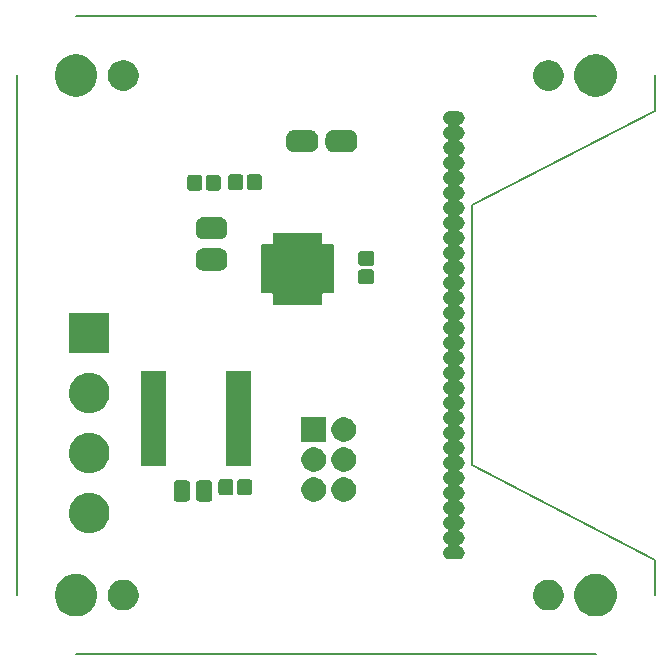
<source format=gts>
G04 #@! TF.GenerationSoftware,KiCad,Pcbnew,5.1.5-52549c5~84~ubuntu18.04.1*
G04 #@! TF.CreationDate,2020-02-10T01:03:59+09:00*
G04 #@! TF.ProjectId,I2CMotorsForM5Stack,4932434d-6f74-46f7-9273-466f724d3553,rev?*
G04 #@! TF.SameCoordinates,Original*
G04 #@! TF.FileFunction,Soldermask,Top*
G04 #@! TF.FilePolarity,Negative*
%FSLAX46Y46*%
G04 Gerber Fmt 4.6, Leading zero omitted, Abs format (unit mm)*
G04 Created by KiCad (PCBNEW 5.1.5-52549c5~84~ubuntu18.04.1) date 2020-02-10 01:03:59*
%MOMM*%
%LPD*%
G04 APERTURE LIST*
%ADD10C,0.150000*%
%ADD11C,0.200000*%
%ADD12C,0.100000*%
G04 APERTURE END LIST*
D10*
X53752800Y9534800D02*
X53752800Y6534800D01*
X38252800Y-23465200D02*
X53752800Y-31465200D01*
X38252800Y-1465200D02*
X38252800Y-23465200D01*
X53752800Y6534800D02*
X38252800Y-1465200D01*
X4752800Y14534800D02*
X48752800Y14534800D01*
D11*
X53752800Y-31465200D02*
X53752800Y-34465200D01*
D10*
X-247200Y-34465200D02*
X-247200Y9534800D01*
X48752800Y-39465200D02*
X4752800Y-39465200D01*
D12*
G36*
X49103963Y-32699787D02*
G01*
X49277841Y-32734373D01*
X49605420Y-32870061D01*
X49900233Y-33067049D01*
X50150951Y-33317767D01*
X50347939Y-33612580D01*
X50483627Y-33940159D01*
X50552800Y-34287916D01*
X50552800Y-34642484D01*
X50483627Y-34990241D01*
X50347939Y-35317820D01*
X50150951Y-35612633D01*
X49900233Y-35863351D01*
X49605420Y-36060339D01*
X49277841Y-36196027D01*
X49103962Y-36230614D01*
X48930086Y-36265200D01*
X48575514Y-36265200D01*
X48401637Y-36230613D01*
X48227759Y-36196027D01*
X47900180Y-36060339D01*
X47605367Y-35863351D01*
X47354649Y-35612633D01*
X47157661Y-35317820D01*
X47021973Y-34990241D01*
X46952800Y-34642484D01*
X46952800Y-34287916D01*
X47021973Y-33940159D01*
X47157661Y-33612580D01*
X47354649Y-33317767D01*
X47605367Y-33067049D01*
X47900180Y-32870061D01*
X48227759Y-32734373D01*
X48401638Y-32699786D01*
X48575514Y-32665200D01*
X48930086Y-32665200D01*
X49103963Y-32699787D01*
G37*
G36*
X5103963Y-32699787D02*
G01*
X5277841Y-32734373D01*
X5605420Y-32870061D01*
X5900233Y-33067049D01*
X6150951Y-33317767D01*
X6347939Y-33612580D01*
X6483627Y-33940159D01*
X6552800Y-34287916D01*
X6552800Y-34642484D01*
X6483627Y-34990241D01*
X6347939Y-35317820D01*
X6150951Y-35612633D01*
X5900233Y-35863351D01*
X5605420Y-36060339D01*
X5277841Y-36196027D01*
X5103962Y-36230614D01*
X4930086Y-36265200D01*
X4575514Y-36265200D01*
X4401637Y-36230613D01*
X4227759Y-36196027D01*
X3900180Y-36060339D01*
X3605367Y-35863351D01*
X3354649Y-35612633D01*
X3157661Y-35317820D01*
X3021973Y-34990241D01*
X2952800Y-34642484D01*
X2952800Y-34287916D01*
X3021973Y-33940159D01*
X3157661Y-33612580D01*
X3354649Y-33317767D01*
X3605367Y-33067049D01*
X3900180Y-32870061D01*
X4227759Y-32734373D01*
X4401638Y-32699786D01*
X4575514Y-32665200D01*
X4930086Y-32665200D01*
X5103963Y-32699787D01*
G37*
G36*
X45006417Y-33190179D02*
G01*
X45131996Y-33215158D01*
X45368581Y-33313155D01*
X45581502Y-33455424D01*
X45762576Y-33636498D01*
X45904845Y-33849419D01*
X46002842Y-34086004D01*
X46052800Y-34337161D01*
X46052800Y-34593239D01*
X46002842Y-34844396D01*
X45904845Y-35080981D01*
X45762576Y-35293902D01*
X45581502Y-35474976D01*
X45368581Y-35617245D01*
X45131996Y-35715242D01*
X44880840Y-35765200D01*
X44624760Y-35765200D01*
X44499183Y-35740221D01*
X44373604Y-35715242D01*
X44137019Y-35617245D01*
X43924098Y-35474976D01*
X43743024Y-35293902D01*
X43600755Y-35080981D01*
X43502758Y-34844396D01*
X43452800Y-34593239D01*
X43452800Y-34337161D01*
X43502758Y-34086004D01*
X43600755Y-33849419D01*
X43743024Y-33636498D01*
X43924098Y-33455424D01*
X44137019Y-33313155D01*
X44373604Y-33215158D01*
X44499183Y-33190179D01*
X44624760Y-33165200D01*
X44880840Y-33165200D01*
X45006417Y-33190179D01*
G37*
G36*
X9006417Y-33190179D02*
G01*
X9131996Y-33215158D01*
X9368581Y-33313155D01*
X9581502Y-33455424D01*
X9762576Y-33636498D01*
X9904845Y-33849419D01*
X10002842Y-34086004D01*
X10052800Y-34337161D01*
X10052800Y-34593239D01*
X10002842Y-34844396D01*
X9904845Y-35080981D01*
X9762576Y-35293902D01*
X9581502Y-35474976D01*
X9368581Y-35617245D01*
X9131996Y-35715242D01*
X8880840Y-35765200D01*
X8624760Y-35765200D01*
X8499183Y-35740221D01*
X8373604Y-35715242D01*
X8137019Y-35617245D01*
X7924098Y-35474976D01*
X7743024Y-35293902D01*
X7600755Y-35080981D01*
X7502758Y-34844396D01*
X7452800Y-34593239D01*
X7452800Y-34337161D01*
X7502758Y-34086004D01*
X7600755Y-33849419D01*
X7743024Y-33636498D01*
X7924098Y-33455424D01*
X8137019Y-33313155D01*
X8373604Y-33215158D01*
X8499183Y-33190179D01*
X8624760Y-33165200D01*
X8880840Y-33165200D01*
X9006417Y-33190179D01*
G37*
G36*
X37156752Y6497147D02*
G01*
X37210619Y6491842D01*
X37287318Y6468575D01*
X37314298Y6460391D01*
X37409838Y6409324D01*
X37493590Y6340590D01*
X37562324Y6256838D01*
X37613391Y6161298D01*
X37613392Y6161294D01*
X37644842Y6057619D01*
X37655461Y5949800D01*
X37644842Y5841981D01*
X37621575Y5765282D01*
X37613391Y5738302D01*
X37562324Y5642762D01*
X37493590Y5559010D01*
X37409838Y5490276D01*
X37314298Y5439209D01*
X37298500Y5434417D01*
X37275861Y5425039D01*
X37255487Y5411426D01*
X37238160Y5394099D01*
X37224546Y5373724D01*
X37215169Y5351086D01*
X37210388Y5327052D01*
X37210388Y5302548D01*
X37215168Y5278515D01*
X37224546Y5255876D01*
X37238159Y5235502D01*
X37255486Y5218175D01*
X37275861Y5204561D01*
X37298500Y5195183D01*
X37314298Y5190391D01*
X37409838Y5139324D01*
X37493590Y5070590D01*
X37562324Y4986838D01*
X37613390Y4891300D01*
X37613392Y4891295D01*
X37613392Y4891294D01*
X37644842Y4787619D01*
X37655461Y4679800D01*
X37644842Y4571981D01*
X37634899Y4539204D01*
X37613391Y4468302D01*
X37562324Y4372762D01*
X37562322Y4372759D01*
X37562321Y4372758D01*
X37493590Y4289010D01*
X37410063Y4220460D01*
X37409838Y4220276D01*
X37314298Y4169209D01*
X37298500Y4164417D01*
X37275861Y4155039D01*
X37255487Y4141426D01*
X37238160Y4124099D01*
X37224546Y4103724D01*
X37215169Y4081086D01*
X37210388Y4057052D01*
X37210388Y4032548D01*
X37215168Y4008515D01*
X37224546Y3985876D01*
X37238159Y3965502D01*
X37255486Y3948175D01*
X37275861Y3934561D01*
X37298500Y3925183D01*
X37314298Y3920391D01*
X37409838Y3869324D01*
X37409841Y3869322D01*
X37409842Y3869321D01*
X37493590Y3800590D01*
X37554313Y3726600D01*
X37562324Y3716838D01*
X37613391Y3621298D01*
X37613392Y3621294D01*
X37644842Y3517619D01*
X37655461Y3409800D01*
X37644842Y3301981D01*
X37632874Y3262528D01*
X37613391Y3198302D01*
X37562324Y3102762D01*
X37562322Y3102759D01*
X37562321Y3102758D01*
X37518392Y3049231D01*
X37493590Y3019010D01*
X37409838Y2950276D01*
X37314298Y2899209D01*
X37298500Y2894417D01*
X37275861Y2885039D01*
X37255487Y2871426D01*
X37238160Y2854099D01*
X37224546Y2833724D01*
X37215169Y2811086D01*
X37210388Y2787052D01*
X37210388Y2762548D01*
X37215168Y2738515D01*
X37224546Y2715876D01*
X37238159Y2695502D01*
X37255486Y2678175D01*
X37275861Y2664561D01*
X37298500Y2655183D01*
X37314298Y2650391D01*
X37409838Y2599324D01*
X37493590Y2530590D01*
X37562324Y2446838D01*
X37613391Y2351298D01*
X37613392Y2351294D01*
X37644842Y2247619D01*
X37655461Y2139800D01*
X37644842Y2031981D01*
X37621575Y1955282D01*
X37613391Y1928302D01*
X37562324Y1832762D01*
X37493590Y1749010D01*
X37409838Y1680276D01*
X37314298Y1629209D01*
X37298500Y1624417D01*
X37275861Y1615039D01*
X37255487Y1601426D01*
X37238160Y1584099D01*
X37224546Y1563724D01*
X37215169Y1541086D01*
X37210388Y1517052D01*
X37210388Y1492548D01*
X37215168Y1468515D01*
X37224546Y1445876D01*
X37238159Y1425502D01*
X37255486Y1408175D01*
X37275861Y1394561D01*
X37298500Y1385183D01*
X37314298Y1380391D01*
X37409838Y1329324D01*
X37493590Y1260590D01*
X37562324Y1176838D01*
X37613391Y1081298D01*
X37613392Y1081294D01*
X37644842Y977619D01*
X37655461Y869800D01*
X37644842Y761981D01*
X37621575Y685282D01*
X37613391Y658302D01*
X37562324Y562762D01*
X37493590Y479010D01*
X37409838Y410276D01*
X37314298Y359209D01*
X37298500Y354417D01*
X37275861Y345039D01*
X37255487Y331426D01*
X37238160Y314099D01*
X37224546Y293724D01*
X37215169Y271086D01*
X37210388Y247052D01*
X37210388Y222548D01*
X37215168Y198515D01*
X37224546Y175876D01*
X37238159Y155502D01*
X37255486Y138175D01*
X37275861Y124561D01*
X37298500Y115183D01*
X37314298Y110391D01*
X37409838Y59324D01*
X37409841Y59322D01*
X37409842Y59321D01*
X37493590Y-9410D01*
X37552949Y-81738D01*
X37562324Y-93162D01*
X37613391Y-188702D01*
X37621575Y-215682D01*
X37644842Y-292381D01*
X37655461Y-400200D01*
X37644842Y-508019D01*
X37621575Y-584718D01*
X37613391Y-611698D01*
X37562324Y-707238D01*
X37493590Y-790990D01*
X37409838Y-859724D01*
X37314298Y-910791D01*
X37298500Y-915583D01*
X37275861Y-924961D01*
X37255487Y-938574D01*
X37238160Y-955901D01*
X37224546Y-976276D01*
X37215169Y-998914D01*
X37210388Y-1022948D01*
X37210388Y-1047452D01*
X37215168Y-1071485D01*
X37224546Y-1094124D01*
X37238159Y-1114498D01*
X37255486Y-1131825D01*
X37275861Y-1145439D01*
X37298500Y-1154817D01*
X37314298Y-1159609D01*
X37409838Y-1210676D01*
X37493590Y-1279410D01*
X37562324Y-1363162D01*
X37613391Y-1458702D01*
X37613392Y-1458706D01*
X37644842Y-1562381D01*
X37655461Y-1670200D01*
X37644842Y-1778019D01*
X37621575Y-1854718D01*
X37613391Y-1881698D01*
X37562324Y-1977238D01*
X37493590Y-2060990D01*
X37409838Y-2129724D01*
X37314298Y-2180791D01*
X37298500Y-2185583D01*
X37275861Y-2194961D01*
X37255487Y-2208574D01*
X37238160Y-2225901D01*
X37224546Y-2246276D01*
X37215169Y-2268914D01*
X37210388Y-2292948D01*
X37210388Y-2317452D01*
X37215168Y-2341485D01*
X37224546Y-2364124D01*
X37238159Y-2384498D01*
X37255486Y-2401825D01*
X37275861Y-2415439D01*
X37298500Y-2424817D01*
X37314298Y-2429609D01*
X37409838Y-2480676D01*
X37409841Y-2480678D01*
X37409842Y-2480679D01*
X37478161Y-2536748D01*
X37493590Y-2549410D01*
X37562324Y-2633162D01*
X37613391Y-2728702D01*
X37613392Y-2728706D01*
X37644842Y-2832381D01*
X37655461Y-2940200D01*
X37644842Y-3048019D01*
X37621808Y-3123951D01*
X37613391Y-3151698D01*
X37562324Y-3247238D01*
X37493590Y-3330990D01*
X37409838Y-3399724D01*
X37314298Y-3450791D01*
X37298500Y-3455583D01*
X37275861Y-3464961D01*
X37255487Y-3478574D01*
X37238160Y-3495901D01*
X37224546Y-3516276D01*
X37215169Y-3538914D01*
X37210388Y-3562948D01*
X37210388Y-3587452D01*
X37215168Y-3611485D01*
X37224546Y-3634124D01*
X37238159Y-3654498D01*
X37255486Y-3671825D01*
X37275861Y-3685439D01*
X37298500Y-3694817D01*
X37314298Y-3699609D01*
X37409838Y-3750676D01*
X37409841Y-3750678D01*
X37409842Y-3750679D01*
X37493590Y-3819410D01*
X37538157Y-3873714D01*
X37562324Y-3903162D01*
X37613391Y-3998702D01*
X37613392Y-3998706D01*
X37644842Y-4102381D01*
X37655461Y-4210200D01*
X37644842Y-4318019D01*
X37621575Y-4394718D01*
X37613391Y-4421698D01*
X37562324Y-4517238D01*
X37493590Y-4600990D01*
X37409838Y-4669724D01*
X37314298Y-4720791D01*
X37298500Y-4725583D01*
X37275861Y-4734961D01*
X37255487Y-4748574D01*
X37238160Y-4765901D01*
X37224546Y-4786276D01*
X37215169Y-4808914D01*
X37210388Y-4832948D01*
X37210388Y-4857452D01*
X37215168Y-4881485D01*
X37224546Y-4904124D01*
X37238159Y-4924498D01*
X37255486Y-4941825D01*
X37275861Y-4955439D01*
X37298500Y-4964817D01*
X37314298Y-4969609D01*
X37409838Y-5020676D01*
X37409841Y-5020678D01*
X37409842Y-5020679D01*
X37443620Y-5048400D01*
X37493590Y-5089410D01*
X37562324Y-5173162D01*
X37613391Y-5268702D01*
X37613392Y-5268706D01*
X37644842Y-5372381D01*
X37655461Y-5480200D01*
X37644842Y-5588019D01*
X37636945Y-5614051D01*
X37613391Y-5691698D01*
X37562324Y-5787238D01*
X37562322Y-5787241D01*
X37562321Y-5787242D01*
X37493590Y-5870990D01*
X37444802Y-5911030D01*
X37409838Y-5939724D01*
X37314298Y-5990791D01*
X37298500Y-5995583D01*
X37275861Y-6004961D01*
X37255487Y-6018574D01*
X37238160Y-6035901D01*
X37224546Y-6056276D01*
X37215169Y-6078914D01*
X37210388Y-6102948D01*
X37210388Y-6127452D01*
X37215168Y-6151485D01*
X37224546Y-6174124D01*
X37238159Y-6194498D01*
X37255486Y-6211825D01*
X37275861Y-6225439D01*
X37298500Y-6234817D01*
X37314298Y-6239609D01*
X37409838Y-6290676D01*
X37409841Y-6290678D01*
X37409842Y-6290679D01*
X37493590Y-6359410D01*
X37543544Y-6420278D01*
X37562324Y-6443162D01*
X37613391Y-6538702D01*
X37613392Y-6538706D01*
X37644842Y-6642381D01*
X37655461Y-6750200D01*
X37644842Y-6858019D01*
X37624513Y-6925032D01*
X37613391Y-6961698D01*
X37562324Y-7057238D01*
X37562322Y-7057241D01*
X37562321Y-7057242D01*
X37533567Y-7092278D01*
X37493590Y-7140990D01*
X37409838Y-7209724D01*
X37314298Y-7260791D01*
X37298500Y-7265583D01*
X37275861Y-7274961D01*
X37255487Y-7288574D01*
X37238160Y-7305901D01*
X37224546Y-7326276D01*
X37215169Y-7348914D01*
X37210388Y-7372948D01*
X37210388Y-7397452D01*
X37215168Y-7421485D01*
X37224546Y-7444124D01*
X37238159Y-7464498D01*
X37255486Y-7481825D01*
X37275861Y-7495439D01*
X37298500Y-7504817D01*
X37314298Y-7509609D01*
X37409838Y-7560676D01*
X37493590Y-7629410D01*
X37562324Y-7713162D01*
X37613391Y-7808702D01*
X37617120Y-7820995D01*
X37644842Y-7912381D01*
X37655461Y-8020200D01*
X37644842Y-8128019D01*
X37636541Y-8155383D01*
X37613391Y-8231698D01*
X37562324Y-8327238D01*
X37562322Y-8327241D01*
X37562321Y-8327242D01*
X37493590Y-8410990D01*
X37478469Y-8423400D01*
X37409838Y-8479724D01*
X37314298Y-8530791D01*
X37298500Y-8535583D01*
X37275861Y-8544961D01*
X37255487Y-8558574D01*
X37238160Y-8575901D01*
X37224546Y-8596276D01*
X37215169Y-8618914D01*
X37210388Y-8642948D01*
X37210388Y-8667452D01*
X37215168Y-8691485D01*
X37224546Y-8714124D01*
X37238159Y-8734498D01*
X37255486Y-8751825D01*
X37275861Y-8765439D01*
X37298500Y-8774817D01*
X37314298Y-8779609D01*
X37409838Y-8830676D01*
X37409841Y-8830678D01*
X37409842Y-8830679D01*
X37493590Y-8899410D01*
X37543325Y-8960011D01*
X37562324Y-8983162D01*
X37613391Y-9078702D01*
X37613392Y-9078706D01*
X37644842Y-9182381D01*
X37655461Y-9290200D01*
X37644842Y-9398019D01*
X37621575Y-9474718D01*
X37613391Y-9501698D01*
X37562324Y-9597238D01*
X37493590Y-9680990D01*
X37409838Y-9749724D01*
X37314298Y-9800791D01*
X37298500Y-9805583D01*
X37275861Y-9814961D01*
X37255487Y-9828574D01*
X37238160Y-9845901D01*
X37224546Y-9866276D01*
X37215169Y-9888914D01*
X37210388Y-9912948D01*
X37210388Y-9937452D01*
X37215168Y-9961485D01*
X37224546Y-9984124D01*
X37238159Y-10004498D01*
X37255486Y-10021825D01*
X37275861Y-10035439D01*
X37298500Y-10044817D01*
X37314298Y-10049609D01*
X37409838Y-10100676D01*
X37493590Y-10169410D01*
X37562324Y-10253162D01*
X37613391Y-10348702D01*
X37613392Y-10348706D01*
X37644842Y-10452381D01*
X37655461Y-10560200D01*
X37644842Y-10668019D01*
X37621575Y-10744718D01*
X37613391Y-10771698D01*
X37562324Y-10867238D01*
X37493590Y-10950990D01*
X37409838Y-11019724D01*
X37314298Y-11070791D01*
X37298500Y-11075583D01*
X37275861Y-11084961D01*
X37255487Y-11098574D01*
X37238160Y-11115901D01*
X37224546Y-11136276D01*
X37215169Y-11158914D01*
X37210388Y-11182948D01*
X37210388Y-11207452D01*
X37215168Y-11231485D01*
X37224546Y-11254124D01*
X37238159Y-11274498D01*
X37255486Y-11291825D01*
X37275861Y-11305439D01*
X37298500Y-11314817D01*
X37314298Y-11319609D01*
X37409838Y-11370676D01*
X37493590Y-11439410D01*
X37562324Y-11523162D01*
X37613391Y-11618702D01*
X37613392Y-11618706D01*
X37644842Y-11722381D01*
X37655461Y-11830200D01*
X37644842Y-11938019D01*
X37621575Y-12014718D01*
X37613391Y-12041698D01*
X37562324Y-12137238D01*
X37493590Y-12220990D01*
X37409838Y-12289724D01*
X37314298Y-12340791D01*
X37298500Y-12345583D01*
X37275861Y-12354961D01*
X37255487Y-12368574D01*
X37238160Y-12385901D01*
X37224546Y-12406276D01*
X37215169Y-12428914D01*
X37210388Y-12452948D01*
X37210388Y-12477452D01*
X37215168Y-12501485D01*
X37224546Y-12524124D01*
X37238159Y-12544498D01*
X37255486Y-12561825D01*
X37275861Y-12575439D01*
X37298500Y-12584817D01*
X37314298Y-12589609D01*
X37409838Y-12640676D01*
X37493590Y-12709410D01*
X37562324Y-12793162D01*
X37613391Y-12888702D01*
X37613392Y-12888706D01*
X37644842Y-12992381D01*
X37655461Y-13100200D01*
X37644842Y-13208019D01*
X37621575Y-13284718D01*
X37613391Y-13311698D01*
X37562324Y-13407238D01*
X37493590Y-13490990D01*
X37409838Y-13559724D01*
X37314298Y-13610791D01*
X37298500Y-13615583D01*
X37275861Y-13624961D01*
X37255487Y-13638574D01*
X37238160Y-13655901D01*
X37224546Y-13676276D01*
X37215169Y-13698914D01*
X37210388Y-13722948D01*
X37210388Y-13747452D01*
X37215168Y-13771485D01*
X37224546Y-13794124D01*
X37238159Y-13814498D01*
X37255486Y-13831825D01*
X37275861Y-13845439D01*
X37298500Y-13854817D01*
X37314298Y-13859609D01*
X37409838Y-13910676D01*
X37493590Y-13979410D01*
X37562324Y-14063162D01*
X37613391Y-14158702D01*
X37613392Y-14158706D01*
X37644842Y-14262381D01*
X37655461Y-14370200D01*
X37644842Y-14478019D01*
X37621575Y-14554718D01*
X37613391Y-14581698D01*
X37562324Y-14677238D01*
X37493590Y-14760990D01*
X37409838Y-14829724D01*
X37314298Y-14880791D01*
X37298500Y-14885583D01*
X37275861Y-14894961D01*
X37255487Y-14908574D01*
X37238160Y-14925901D01*
X37224546Y-14946276D01*
X37215169Y-14968914D01*
X37210388Y-14992948D01*
X37210388Y-15017452D01*
X37215168Y-15041485D01*
X37224546Y-15064124D01*
X37238159Y-15084498D01*
X37255486Y-15101825D01*
X37275861Y-15115439D01*
X37298500Y-15124817D01*
X37314298Y-15129609D01*
X37409838Y-15180676D01*
X37493590Y-15249410D01*
X37562324Y-15333162D01*
X37613391Y-15428702D01*
X37613392Y-15428706D01*
X37644842Y-15532381D01*
X37655461Y-15640200D01*
X37644842Y-15748019D01*
X37621575Y-15824718D01*
X37613391Y-15851698D01*
X37562324Y-15947238D01*
X37493590Y-16030990D01*
X37409838Y-16099724D01*
X37314298Y-16150791D01*
X37298500Y-16155583D01*
X37275861Y-16164961D01*
X37255487Y-16178574D01*
X37238160Y-16195901D01*
X37224546Y-16216276D01*
X37215169Y-16238914D01*
X37210388Y-16262948D01*
X37210388Y-16287452D01*
X37215168Y-16311485D01*
X37224546Y-16334124D01*
X37238159Y-16354498D01*
X37255486Y-16371825D01*
X37275861Y-16385439D01*
X37298500Y-16394817D01*
X37314298Y-16399609D01*
X37409838Y-16450676D01*
X37409841Y-16450678D01*
X37409842Y-16450679D01*
X37493590Y-16519410D01*
X37517177Y-16548150D01*
X37562324Y-16603162D01*
X37613391Y-16698702D01*
X37613392Y-16698706D01*
X37644842Y-16802381D01*
X37655461Y-16910200D01*
X37644842Y-17018019D01*
X37621575Y-17094718D01*
X37613391Y-17121698D01*
X37562324Y-17217238D01*
X37493590Y-17300990D01*
X37409838Y-17369724D01*
X37314298Y-17420791D01*
X37298500Y-17425583D01*
X37275861Y-17434961D01*
X37255487Y-17448574D01*
X37238160Y-17465901D01*
X37224546Y-17486276D01*
X37215169Y-17508914D01*
X37210388Y-17532948D01*
X37210388Y-17557452D01*
X37215168Y-17581485D01*
X37224546Y-17604124D01*
X37238159Y-17624498D01*
X37255486Y-17641825D01*
X37275861Y-17655439D01*
X37298500Y-17664817D01*
X37314298Y-17669609D01*
X37409838Y-17720676D01*
X37493590Y-17789410D01*
X37562324Y-17873162D01*
X37613391Y-17968702D01*
X37613392Y-17968706D01*
X37644842Y-18072381D01*
X37655461Y-18180200D01*
X37644842Y-18288019D01*
X37634109Y-18323400D01*
X37613391Y-18391698D01*
X37562324Y-18487238D01*
X37493590Y-18570990D01*
X37409838Y-18639724D01*
X37314298Y-18690791D01*
X37298500Y-18695583D01*
X37275861Y-18704961D01*
X37255487Y-18718574D01*
X37238160Y-18735901D01*
X37224546Y-18756276D01*
X37215169Y-18778914D01*
X37210388Y-18802948D01*
X37210388Y-18827452D01*
X37215168Y-18851485D01*
X37224546Y-18874124D01*
X37238159Y-18894498D01*
X37255486Y-18911825D01*
X37275861Y-18925439D01*
X37298500Y-18934817D01*
X37314298Y-18939609D01*
X37409838Y-18990676D01*
X37493590Y-19059410D01*
X37562324Y-19143162D01*
X37613391Y-19238702D01*
X37613392Y-19238706D01*
X37644842Y-19342381D01*
X37655461Y-19450200D01*
X37644842Y-19558019D01*
X37622154Y-19632811D01*
X37613391Y-19661698D01*
X37562324Y-19757238D01*
X37493590Y-19840990D01*
X37409838Y-19909724D01*
X37314298Y-19960791D01*
X37298500Y-19965583D01*
X37275861Y-19974961D01*
X37255487Y-19988574D01*
X37238160Y-20005901D01*
X37224546Y-20026276D01*
X37215169Y-20048914D01*
X37210388Y-20072948D01*
X37210388Y-20097452D01*
X37215168Y-20121485D01*
X37224546Y-20144124D01*
X37238159Y-20164498D01*
X37255486Y-20181825D01*
X37275861Y-20195439D01*
X37298500Y-20204817D01*
X37314298Y-20209609D01*
X37409838Y-20260676D01*
X37493590Y-20329410D01*
X37562324Y-20413162D01*
X37613391Y-20508702D01*
X37613392Y-20508706D01*
X37644842Y-20612381D01*
X37655461Y-20720200D01*
X37644842Y-20828019D01*
X37621575Y-20904718D01*
X37613391Y-20931698D01*
X37562324Y-21027238D01*
X37493590Y-21110990D01*
X37409838Y-21179724D01*
X37314298Y-21230791D01*
X37298500Y-21235583D01*
X37275861Y-21244961D01*
X37255487Y-21258574D01*
X37238160Y-21275901D01*
X37224546Y-21296276D01*
X37215169Y-21318914D01*
X37210388Y-21342948D01*
X37210388Y-21367452D01*
X37215168Y-21391485D01*
X37224546Y-21414124D01*
X37238159Y-21434498D01*
X37255486Y-21451825D01*
X37275861Y-21465439D01*
X37298500Y-21474817D01*
X37314298Y-21479609D01*
X37409838Y-21530676D01*
X37409841Y-21530678D01*
X37409842Y-21530679D01*
X37493590Y-21599410D01*
X37517177Y-21628150D01*
X37562324Y-21683162D01*
X37613391Y-21778702D01*
X37613392Y-21778706D01*
X37644842Y-21882381D01*
X37655461Y-21990200D01*
X37644842Y-22098019D01*
X37622154Y-22172811D01*
X37613391Y-22201698D01*
X37562324Y-22297238D01*
X37493590Y-22380990D01*
X37409838Y-22449724D01*
X37314298Y-22500791D01*
X37298500Y-22505583D01*
X37275861Y-22514961D01*
X37255487Y-22528574D01*
X37238160Y-22545901D01*
X37224546Y-22566276D01*
X37215169Y-22588914D01*
X37210388Y-22612948D01*
X37210388Y-22637452D01*
X37215168Y-22661485D01*
X37224546Y-22684124D01*
X37238159Y-22704498D01*
X37255486Y-22721825D01*
X37275861Y-22735439D01*
X37298500Y-22744817D01*
X37314298Y-22749609D01*
X37409838Y-22800676D01*
X37493590Y-22869410D01*
X37562324Y-22953162D01*
X37613391Y-23048702D01*
X37613392Y-23048706D01*
X37644842Y-23152381D01*
X37655461Y-23260200D01*
X37644842Y-23368019D01*
X37621575Y-23444718D01*
X37613391Y-23471698D01*
X37562324Y-23567238D01*
X37493590Y-23650990D01*
X37409838Y-23719724D01*
X37314298Y-23770791D01*
X37298500Y-23775583D01*
X37275861Y-23784961D01*
X37255487Y-23798574D01*
X37238160Y-23815901D01*
X37224546Y-23836276D01*
X37215169Y-23858914D01*
X37210388Y-23882948D01*
X37210388Y-23907452D01*
X37215168Y-23931485D01*
X37224546Y-23954124D01*
X37238159Y-23974498D01*
X37255486Y-23991825D01*
X37275861Y-24005439D01*
X37298500Y-24014817D01*
X37314298Y-24019609D01*
X37409838Y-24070676D01*
X37493590Y-24139410D01*
X37562324Y-24223162D01*
X37613391Y-24318702D01*
X37613392Y-24318706D01*
X37644842Y-24422381D01*
X37655461Y-24530200D01*
X37644842Y-24638019D01*
X37628440Y-24692088D01*
X37613391Y-24741698D01*
X37562324Y-24837238D01*
X37562322Y-24837241D01*
X37562321Y-24837242D01*
X37493590Y-24920990D01*
X37437345Y-24967150D01*
X37409838Y-24989724D01*
X37314298Y-25040791D01*
X37298500Y-25045583D01*
X37275861Y-25054961D01*
X37255487Y-25068574D01*
X37238160Y-25085901D01*
X37224546Y-25106276D01*
X37215169Y-25128914D01*
X37210388Y-25152948D01*
X37210388Y-25177452D01*
X37215168Y-25201485D01*
X37224546Y-25224124D01*
X37238159Y-25244498D01*
X37255486Y-25261825D01*
X37275861Y-25275439D01*
X37298500Y-25284817D01*
X37314298Y-25289609D01*
X37409838Y-25340676D01*
X37493590Y-25409410D01*
X37562324Y-25493162D01*
X37613391Y-25588702D01*
X37613392Y-25588706D01*
X37644842Y-25692381D01*
X37655461Y-25800200D01*
X37644842Y-25908019D01*
X37624785Y-25974137D01*
X37613391Y-26011698D01*
X37562324Y-26107238D01*
X37493590Y-26190990D01*
X37409838Y-26259724D01*
X37314298Y-26310791D01*
X37298500Y-26315583D01*
X37275861Y-26324961D01*
X37255487Y-26338574D01*
X37238160Y-26355901D01*
X37224546Y-26376276D01*
X37215169Y-26398914D01*
X37210388Y-26422948D01*
X37210388Y-26447452D01*
X37215168Y-26471485D01*
X37224546Y-26494124D01*
X37238159Y-26514498D01*
X37255486Y-26531825D01*
X37275861Y-26545439D01*
X37298500Y-26554817D01*
X37314298Y-26559609D01*
X37409838Y-26610676D01*
X37409841Y-26610678D01*
X37409842Y-26610679D01*
X37493590Y-26679410D01*
X37517177Y-26708150D01*
X37562324Y-26763162D01*
X37613391Y-26858702D01*
X37613392Y-26858706D01*
X37644842Y-26962381D01*
X37655461Y-27070200D01*
X37644842Y-27178019D01*
X37621575Y-27254718D01*
X37613391Y-27281698D01*
X37562324Y-27377238D01*
X37493590Y-27460990D01*
X37409838Y-27529724D01*
X37314298Y-27580791D01*
X37298500Y-27585583D01*
X37275861Y-27594961D01*
X37255487Y-27608574D01*
X37238160Y-27625901D01*
X37224546Y-27646276D01*
X37215169Y-27668914D01*
X37210388Y-27692948D01*
X37210388Y-27717452D01*
X37215168Y-27741485D01*
X37224546Y-27764124D01*
X37238159Y-27784498D01*
X37255486Y-27801825D01*
X37275861Y-27815439D01*
X37298500Y-27824817D01*
X37314298Y-27829609D01*
X37409838Y-27880676D01*
X37493590Y-27949410D01*
X37562324Y-28033162D01*
X37613391Y-28128702D01*
X37613392Y-28128706D01*
X37644842Y-28232381D01*
X37655461Y-28340200D01*
X37644842Y-28448019D01*
X37621575Y-28524718D01*
X37613391Y-28551698D01*
X37562324Y-28647238D01*
X37493590Y-28730990D01*
X37409838Y-28799724D01*
X37314298Y-28850791D01*
X37298500Y-28855583D01*
X37275861Y-28864961D01*
X37255487Y-28878574D01*
X37238160Y-28895901D01*
X37224546Y-28916276D01*
X37215169Y-28938914D01*
X37210388Y-28962948D01*
X37210388Y-28987452D01*
X37215168Y-29011485D01*
X37224546Y-29034124D01*
X37238159Y-29054498D01*
X37255486Y-29071825D01*
X37275861Y-29085439D01*
X37298500Y-29094817D01*
X37314298Y-29099609D01*
X37409838Y-29150676D01*
X37493590Y-29219410D01*
X37562324Y-29303162D01*
X37613391Y-29398702D01*
X37613392Y-29398706D01*
X37644842Y-29502381D01*
X37655461Y-29610200D01*
X37644842Y-29718019D01*
X37621575Y-29794718D01*
X37613391Y-29821698D01*
X37562324Y-29917238D01*
X37493590Y-30000990D01*
X37409838Y-30069724D01*
X37314298Y-30120791D01*
X37298500Y-30125583D01*
X37275861Y-30134961D01*
X37255487Y-30148574D01*
X37238160Y-30165901D01*
X37224546Y-30186276D01*
X37215169Y-30208914D01*
X37210388Y-30232948D01*
X37210388Y-30257452D01*
X37215168Y-30281485D01*
X37224546Y-30304124D01*
X37238159Y-30324498D01*
X37255486Y-30341825D01*
X37275861Y-30355439D01*
X37298500Y-30364817D01*
X37314298Y-30369609D01*
X37409838Y-30420676D01*
X37493590Y-30489410D01*
X37562324Y-30573162D01*
X37613391Y-30668702D01*
X37613392Y-30668706D01*
X37644842Y-30772381D01*
X37655461Y-30880200D01*
X37644842Y-30988019D01*
X37621575Y-31064718D01*
X37613391Y-31091698D01*
X37562324Y-31187238D01*
X37493590Y-31270990D01*
X37409838Y-31339724D01*
X37314298Y-31390791D01*
X37287318Y-31398975D01*
X37210619Y-31422242D01*
X37156752Y-31427547D01*
X37129819Y-31430200D01*
X36375781Y-31430200D01*
X36348848Y-31427547D01*
X36294981Y-31422242D01*
X36218282Y-31398975D01*
X36191302Y-31390791D01*
X36095762Y-31339724D01*
X36012010Y-31270990D01*
X35943276Y-31187238D01*
X35892209Y-31091698D01*
X35884025Y-31064718D01*
X35860758Y-30988019D01*
X35850139Y-30880200D01*
X35860758Y-30772381D01*
X35892208Y-30668706D01*
X35892209Y-30668702D01*
X35943276Y-30573162D01*
X36012010Y-30489410D01*
X36095762Y-30420676D01*
X36191302Y-30369609D01*
X36207100Y-30364817D01*
X36229739Y-30355439D01*
X36250113Y-30341826D01*
X36267440Y-30324499D01*
X36281054Y-30304124D01*
X36290431Y-30281486D01*
X36295212Y-30257452D01*
X36295212Y-30232948D01*
X36290432Y-30208915D01*
X36281054Y-30186276D01*
X36267441Y-30165902D01*
X36250114Y-30148575D01*
X36229739Y-30134961D01*
X36207100Y-30125583D01*
X36191302Y-30120791D01*
X36095762Y-30069724D01*
X36012010Y-30000990D01*
X35943276Y-29917238D01*
X35892209Y-29821698D01*
X35884025Y-29794718D01*
X35860758Y-29718019D01*
X35850139Y-29610200D01*
X35860758Y-29502381D01*
X35892208Y-29398706D01*
X35892209Y-29398702D01*
X35943276Y-29303162D01*
X36012010Y-29219410D01*
X36095762Y-29150676D01*
X36191302Y-29099609D01*
X36207100Y-29094817D01*
X36229739Y-29085439D01*
X36250113Y-29071826D01*
X36267440Y-29054499D01*
X36281054Y-29034124D01*
X36290431Y-29011486D01*
X36295212Y-28987452D01*
X36295212Y-28962948D01*
X36290432Y-28938915D01*
X36281054Y-28916276D01*
X36267441Y-28895902D01*
X36250114Y-28878575D01*
X36229739Y-28864961D01*
X36207100Y-28855583D01*
X36191302Y-28850791D01*
X36095762Y-28799724D01*
X36012010Y-28730990D01*
X35943276Y-28647238D01*
X35892209Y-28551698D01*
X35884025Y-28524718D01*
X35860758Y-28448019D01*
X35850139Y-28340200D01*
X35860758Y-28232381D01*
X35892208Y-28128706D01*
X35892209Y-28128702D01*
X35943276Y-28033162D01*
X36012010Y-27949410D01*
X36095762Y-27880676D01*
X36191302Y-27829609D01*
X36207100Y-27824817D01*
X36229739Y-27815439D01*
X36250113Y-27801826D01*
X36267440Y-27784499D01*
X36281054Y-27764124D01*
X36290431Y-27741486D01*
X36295212Y-27717452D01*
X36295212Y-27692948D01*
X36290432Y-27668915D01*
X36281054Y-27646276D01*
X36267441Y-27625902D01*
X36250114Y-27608575D01*
X36229739Y-27594961D01*
X36207100Y-27585583D01*
X36191302Y-27580791D01*
X36095762Y-27529724D01*
X36012010Y-27460990D01*
X35943276Y-27377238D01*
X35892209Y-27281698D01*
X35884025Y-27254718D01*
X35860758Y-27178019D01*
X35850139Y-27070200D01*
X35860758Y-26962381D01*
X35892208Y-26858706D01*
X35892209Y-26858702D01*
X35943276Y-26763162D01*
X35988424Y-26708150D01*
X36012010Y-26679410D01*
X36095758Y-26610679D01*
X36095759Y-26610678D01*
X36095762Y-26610676D01*
X36191302Y-26559609D01*
X36207100Y-26554817D01*
X36229739Y-26545439D01*
X36250113Y-26531826D01*
X36267440Y-26514499D01*
X36281054Y-26494124D01*
X36290431Y-26471486D01*
X36295212Y-26447452D01*
X36295212Y-26422948D01*
X36290432Y-26398915D01*
X36281054Y-26376276D01*
X36267441Y-26355902D01*
X36250114Y-26338575D01*
X36229739Y-26324961D01*
X36207100Y-26315583D01*
X36191302Y-26310791D01*
X36095762Y-26259724D01*
X36012010Y-26190990D01*
X35943276Y-26107238D01*
X35892209Y-26011698D01*
X35880815Y-25974137D01*
X35860758Y-25908019D01*
X35850139Y-25800200D01*
X35860758Y-25692381D01*
X35892208Y-25588706D01*
X35892209Y-25588702D01*
X35943276Y-25493162D01*
X36012010Y-25409410D01*
X36095762Y-25340676D01*
X36191302Y-25289609D01*
X36207100Y-25284817D01*
X36229739Y-25275439D01*
X36250113Y-25261826D01*
X36267440Y-25244499D01*
X36281054Y-25224124D01*
X36290431Y-25201486D01*
X36295212Y-25177452D01*
X36295212Y-25152948D01*
X36290432Y-25128915D01*
X36281054Y-25106276D01*
X36267441Y-25085902D01*
X36250114Y-25068575D01*
X36229739Y-25054961D01*
X36207100Y-25045583D01*
X36191302Y-25040791D01*
X36095762Y-24989724D01*
X36068256Y-24967150D01*
X36012010Y-24920990D01*
X35943279Y-24837242D01*
X35943278Y-24837241D01*
X35943276Y-24837238D01*
X35892209Y-24741698D01*
X35877160Y-24692088D01*
X35860758Y-24638019D01*
X35850139Y-24530200D01*
X35860758Y-24422381D01*
X35892208Y-24318706D01*
X35892209Y-24318702D01*
X35943276Y-24223162D01*
X36012010Y-24139410D01*
X36095762Y-24070676D01*
X36191302Y-24019609D01*
X36207100Y-24014817D01*
X36229739Y-24005439D01*
X36250113Y-23991826D01*
X36267440Y-23974499D01*
X36281054Y-23954124D01*
X36290431Y-23931486D01*
X36295212Y-23907452D01*
X36295212Y-23882948D01*
X36290432Y-23858915D01*
X36281054Y-23836276D01*
X36267441Y-23815902D01*
X36250114Y-23798575D01*
X36229739Y-23784961D01*
X36207100Y-23775583D01*
X36191302Y-23770791D01*
X36095762Y-23719724D01*
X36012010Y-23650990D01*
X35943276Y-23567238D01*
X35892209Y-23471698D01*
X35884025Y-23444718D01*
X35860758Y-23368019D01*
X35850139Y-23260200D01*
X35860758Y-23152381D01*
X35892208Y-23048706D01*
X35892209Y-23048702D01*
X35943276Y-22953162D01*
X36012010Y-22869410D01*
X36095762Y-22800676D01*
X36191302Y-22749609D01*
X36207100Y-22744817D01*
X36229739Y-22735439D01*
X36250113Y-22721826D01*
X36267440Y-22704499D01*
X36281054Y-22684124D01*
X36290431Y-22661486D01*
X36295212Y-22637452D01*
X36295212Y-22612948D01*
X36290432Y-22588915D01*
X36281054Y-22566276D01*
X36267441Y-22545902D01*
X36250114Y-22528575D01*
X36229739Y-22514961D01*
X36207100Y-22505583D01*
X36191302Y-22500791D01*
X36095762Y-22449724D01*
X36012010Y-22380990D01*
X35943276Y-22297238D01*
X35892209Y-22201698D01*
X35883446Y-22172811D01*
X35860758Y-22098019D01*
X35850139Y-21990200D01*
X35860758Y-21882381D01*
X35892208Y-21778706D01*
X35892209Y-21778702D01*
X35943276Y-21683162D01*
X35988424Y-21628150D01*
X36012010Y-21599410D01*
X36095758Y-21530679D01*
X36095759Y-21530678D01*
X36095762Y-21530676D01*
X36191302Y-21479609D01*
X36207100Y-21474817D01*
X36229739Y-21465439D01*
X36250113Y-21451826D01*
X36267440Y-21434499D01*
X36281054Y-21414124D01*
X36290431Y-21391486D01*
X36295212Y-21367452D01*
X36295212Y-21342948D01*
X36290432Y-21318915D01*
X36281054Y-21296276D01*
X36267441Y-21275902D01*
X36250114Y-21258575D01*
X36229739Y-21244961D01*
X36207100Y-21235583D01*
X36191302Y-21230791D01*
X36095762Y-21179724D01*
X36012010Y-21110990D01*
X35943276Y-21027238D01*
X35892209Y-20931698D01*
X35884025Y-20904718D01*
X35860758Y-20828019D01*
X35850139Y-20720200D01*
X35860758Y-20612381D01*
X35892208Y-20508706D01*
X35892209Y-20508702D01*
X35943276Y-20413162D01*
X36012010Y-20329410D01*
X36095762Y-20260676D01*
X36191302Y-20209609D01*
X36207100Y-20204817D01*
X36229739Y-20195439D01*
X36250113Y-20181826D01*
X36267440Y-20164499D01*
X36281054Y-20144124D01*
X36290431Y-20121486D01*
X36295212Y-20097452D01*
X36295212Y-20072948D01*
X36290432Y-20048915D01*
X36281054Y-20026276D01*
X36267441Y-20005902D01*
X36250114Y-19988575D01*
X36229739Y-19974961D01*
X36207100Y-19965583D01*
X36191302Y-19960791D01*
X36095762Y-19909724D01*
X36012010Y-19840990D01*
X35943276Y-19757238D01*
X35892209Y-19661698D01*
X35883446Y-19632811D01*
X35860758Y-19558019D01*
X35850139Y-19450200D01*
X35860758Y-19342381D01*
X35892208Y-19238706D01*
X35892209Y-19238702D01*
X35943276Y-19143162D01*
X36012010Y-19059410D01*
X36095762Y-18990676D01*
X36191302Y-18939609D01*
X36207100Y-18934817D01*
X36229739Y-18925439D01*
X36250113Y-18911826D01*
X36267440Y-18894499D01*
X36281054Y-18874124D01*
X36290431Y-18851486D01*
X36295212Y-18827452D01*
X36295212Y-18802948D01*
X36290432Y-18778915D01*
X36281054Y-18756276D01*
X36267441Y-18735902D01*
X36250114Y-18718575D01*
X36229739Y-18704961D01*
X36207100Y-18695583D01*
X36191302Y-18690791D01*
X36095762Y-18639724D01*
X36012010Y-18570990D01*
X35943276Y-18487238D01*
X35892209Y-18391698D01*
X35871491Y-18323400D01*
X35860758Y-18288019D01*
X35850139Y-18180200D01*
X35860758Y-18072381D01*
X35892208Y-17968706D01*
X35892209Y-17968702D01*
X35943276Y-17873162D01*
X36012010Y-17789410D01*
X36095762Y-17720676D01*
X36191302Y-17669609D01*
X36207100Y-17664817D01*
X36229739Y-17655439D01*
X36250113Y-17641826D01*
X36267440Y-17624499D01*
X36281054Y-17604124D01*
X36290431Y-17581486D01*
X36295212Y-17557452D01*
X36295212Y-17532948D01*
X36290432Y-17508915D01*
X36281054Y-17486276D01*
X36267441Y-17465902D01*
X36250114Y-17448575D01*
X36229739Y-17434961D01*
X36207100Y-17425583D01*
X36191302Y-17420791D01*
X36095762Y-17369724D01*
X36012010Y-17300990D01*
X35943276Y-17217238D01*
X35892209Y-17121698D01*
X35884025Y-17094718D01*
X35860758Y-17018019D01*
X35850139Y-16910200D01*
X35860758Y-16802381D01*
X35892208Y-16698706D01*
X35892209Y-16698702D01*
X35943276Y-16603162D01*
X35988424Y-16548150D01*
X36012010Y-16519410D01*
X36095758Y-16450679D01*
X36095759Y-16450678D01*
X36095762Y-16450676D01*
X36191302Y-16399609D01*
X36207100Y-16394817D01*
X36229739Y-16385439D01*
X36250113Y-16371826D01*
X36267440Y-16354499D01*
X36281054Y-16334124D01*
X36290431Y-16311486D01*
X36295212Y-16287452D01*
X36295212Y-16262948D01*
X36290432Y-16238915D01*
X36281054Y-16216276D01*
X36267441Y-16195902D01*
X36250114Y-16178575D01*
X36229739Y-16164961D01*
X36207100Y-16155583D01*
X36191302Y-16150791D01*
X36095762Y-16099724D01*
X36012010Y-16030990D01*
X35943276Y-15947238D01*
X35892209Y-15851698D01*
X35884025Y-15824718D01*
X35860758Y-15748019D01*
X35850139Y-15640200D01*
X35860758Y-15532381D01*
X35892208Y-15428706D01*
X35892209Y-15428702D01*
X35943276Y-15333162D01*
X36012010Y-15249410D01*
X36095762Y-15180676D01*
X36191302Y-15129609D01*
X36207100Y-15124817D01*
X36229739Y-15115439D01*
X36250113Y-15101826D01*
X36267440Y-15084499D01*
X36281054Y-15064124D01*
X36290431Y-15041486D01*
X36295212Y-15017452D01*
X36295212Y-14992948D01*
X36290432Y-14968915D01*
X36281054Y-14946276D01*
X36267441Y-14925902D01*
X36250114Y-14908575D01*
X36229739Y-14894961D01*
X36207100Y-14885583D01*
X36191302Y-14880791D01*
X36095762Y-14829724D01*
X36012010Y-14760990D01*
X35943276Y-14677238D01*
X35892209Y-14581698D01*
X35884025Y-14554718D01*
X35860758Y-14478019D01*
X35850139Y-14370200D01*
X35860758Y-14262381D01*
X35892208Y-14158706D01*
X35892209Y-14158702D01*
X35943276Y-14063162D01*
X36012010Y-13979410D01*
X36095762Y-13910676D01*
X36191302Y-13859609D01*
X36207100Y-13854817D01*
X36229739Y-13845439D01*
X36250113Y-13831826D01*
X36267440Y-13814499D01*
X36281054Y-13794124D01*
X36290431Y-13771486D01*
X36295212Y-13747452D01*
X36295212Y-13722948D01*
X36290432Y-13698915D01*
X36281054Y-13676276D01*
X36267441Y-13655902D01*
X36250114Y-13638575D01*
X36229739Y-13624961D01*
X36207100Y-13615583D01*
X36191302Y-13610791D01*
X36095762Y-13559724D01*
X36012010Y-13490990D01*
X35943276Y-13407238D01*
X35892209Y-13311698D01*
X35884025Y-13284718D01*
X35860758Y-13208019D01*
X35850139Y-13100200D01*
X35860758Y-12992381D01*
X35892208Y-12888706D01*
X35892209Y-12888702D01*
X35943276Y-12793162D01*
X36012010Y-12709410D01*
X36095762Y-12640676D01*
X36191302Y-12589609D01*
X36207100Y-12584817D01*
X36229739Y-12575439D01*
X36250113Y-12561826D01*
X36267440Y-12544499D01*
X36281054Y-12524124D01*
X36290431Y-12501486D01*
X36295212Y-12477452D01*
X36295212Y-12452948D01*
X36290432Y-12428915D01*
X36281054Y-12406276D01*
X36267441Y-12385902D01*
X36250114Y-12368575D01*
X36229739Y-12354961D01*
X36207100Y-12345583D01*
X36191302Y-12340791D01*
X36095762Y-12289724D01*
X36012010Y-12220990D01*
X35943276Y-12137238D01*
X35892209Y-12041698D01*
X35884025Y-12014718D01*
X35860758Y-11938019D01*
X35850139Y-11830200D01*
X35860758Y-11722381D01*
X35892208Y-11618706D01*
X35892209Y-11618702D01*
X35943276Y-11523162D01*
X36012010Y-11439410D01*
X36095762Y-11370676D01*
X36191302Y-11319609D01*
X36207100Y-11314817D01*
X36229739Y-11305439D01*
X36250113Y-11291826D01*
X36267440Y-11274499D01*
X36281054Y-11254124D01*
X36290431Y-11231486D01*
X36295212Y-11207452D01*
X36295212Y-11182948D01*
X36290432Y-11158915D01*
X36281054Y-11136276D01*
X36267441Y-11115902D01*
X36250114Y-11098575D01*
X36229739Y-11084961D01*
X36207100Y-11075583D01*
X36191302Y-11070791D01*
X36095762Y-11019724D01*
X36012010Y-10950990D01*
X35943276Y-10867238D01*
X35892209Y-10771698D01*
X35884025Y-10744718D01*
X35860758Y-10668019D01*
X35850139Y-10560200D01*
X35860758Y-10452381D01*
X35892208Y-10348706D01*
X35892209Y-10348702D01*
X35943276Y-10253162D01*
X36012010Y-10169410D01*
X36095762Y-10100676D01*
X36191302Y-10049609D01*
X36207100Y-10044817D01*
X36229739Y-10035439D01*
X36250113Y-10021826D01*
X36267440Y-10004499D01*
X36281054Y-9984124D01*
X36290431Y-9961486D01*
X36295212Y-9937452D01*
X36295212Y-9912948D01*
X36290432Y-9888915D01*
X36281054Y-9866276D01*
X36267441Y-9845902D01*
X36250114Y-9828575D01*
X36229739Y-9814961D01*
X36207100Y-9805583D01*
X36191302Y-9800791D01*
X36095762Y-9749724D01*
X36012010Y-9680990D01*
X35943276Y-9597238D01*
X35892209Y-9501698D01*
X35884025Y-9474718D01*
X35860758Y-9398019D01*
X35850139Y-9290200D01*
X35860758Y-9182381D01*
X35892208Y-9078706D01*
X35892209Y-9078702D01*
X35943276Y-8983162D01*
X35962276Y-8960011D01*
X36012010Y-8899410D01*
X36095758Y-8830679D01*
X36095759Y-8830678D01*
X36095762Y-8830676D01*
X36191302Y-8779609D01*
X36207100Y-8774817D01*
X36229739Y-8765439D01*
X36250113Y-8751826D01*
X36267440Y-8734499D01*
X36281054Y-8714124D01*
X36290431Y-8691486D01*
X36295212Y-8667452D01*
X36295212Y-8642948D01*
X36290432Y-8618915D01*
X36281054Y-8596276D01*
X36267441Y-8575902D01*
X36250114Y-8558575D01*
X36229739Y-8544961D01*
X36207100Y-8535583D01*
X36191302Y-8530791D01*
X36095762Y-8479724D01*
X36027132Y-8423400D01*
X36012010Y-8410990D01*
X35943279Y-8327242D01*
X35943278Y-8327241D01*
X35943276Y-8327238D01*
X35892209Y-8231698D01*
X35869059Y-8155383D01*
X35860758Y-8128019D01*
X35850139Y-8020200D01*
X35860758Y-7912381D01*
X35888480Y-7820995D01*
X35892209Y-7808702D01*
X35943276Y-7713162D01*
X36012010Y-7629410D01*
X36095762Y-7560676D01*
X36191302Y-7509609D01*
X36207100Y-7504817D01*
X36229739Y-7495439D01*
X36250113Y-7481826D01*
X36267440Y-7464499D01*
X36281054Y-7444124D01*
X36290431Y-7421486D01*
X36295212Y-7397452D01*
X36295212Y-7372948D01*
X36290432Y-7348915D01*
X36281054Y-7326276D01*
X36267441Y-7305902D01*
X36250114Y-7288575D01*
X36229739Y-7274961D01*
X36207100Y-7265583D01*
X36191302Y-7260791D01*
X36095762Y-7209724D01*
X36012010Y-7140990D01*
X35972033Y-7092278D01*
X35943279Y-7057242D01*
X35943278Y-7057241D01*
X35943276Y-7057238D01*
X35892209Y-6961698D01*
X35881087Y-6925032D01*
X35860758Y-6858019D01*
X35850139Y-6750200D01*
X35860758Y-6642381D01*
X35892208Y-6538706D01*
X35892209Y-6538702D01*
X35943276Y-6443162D01*
X35962057Y-6420278D01*
X36012010Y-6359410D01*
X36095758Y-6290679D01*
X36095759Y-6290678D01*
X36095762Y-6290676D01*
X36191302Y-6239609D01*
X36207100Y-6234817D01*
X36229739Y-6225439D01*
X36250113Y-6211826D01*
X36267440Y-6194499D01*
X36281054Y-6174124D01*
X36290431Y-6151486D01*
X36295212Y-6127452D01*
X36295212Y-6102948D01*
X36290432Y-6078915D01*
X36281054Y-6056276D01*
X36267441Y-6035902D01*
X36250114Y-6018575D01*
X36229739Y-6004961D01*
X36207100Y-5995583D01*
X36191302Y-5990791D01*
X36095762Y-5939724D01*
X36060799Y-5911030D01*
X36012010Y-5870990D01*
X35943279Y-5787242D01*
X35943278Y-5787241D01*
X35943276Y-5787238D01*
X35892209Y-5691698D01*
X35868655Y-5614051D01*
X35860758Y-5588019D01*
X35850139Y-5480200D01*
X35860758Y-5372381D01*
X35892208Y-5268706D01*
X35892209Y-5268702D01*
X35943276Y-5173162D01*
X36012010Y-5089410D01*
X36061980Y-5048400D01*
X36095758Y-5020679D01*
X36095759Y-5020678D01*
X36095762Y-5020676D01*
X36191302Y-4969609D01*
X36207100Y-4964817D01*
X36229739Y-4955439D01*
X36250113Y-4941826D01*
X36267440Y-4924499D01*
X36281054Y-4904124D01*
X36290431Y-4881486D01*
X36295212Y-4857452D01*
X36295212Y-4832948D01*
X36290432Y-4808915D01*
X36281054Y-4786276D01*
X36267441Y-4765902D01*
X36250114Y-4748575D01*
X36229739Y-4734961D01*
X36207100Y-4725583D01*
X36191302Y-4720791D01*
X36095762Y-4669724D01*
X36012010Y-4600990D01*
X35943276Y-4517238D01*
X35892209Y-4421698D01*
X35884025Y-4394718D01*
X35860758Y-4318019D01*
X35850139Y-4210200D01*
X35860758Y-4102381D01*
X35892208Y-3998706D01*
X35892209Y-3998702D01*
X35943276Y-3903162D01*
X35967444Y-3873714D01*
X36012010Y-3819410D01*
X36095758Y-3750679D01*
X36095759Y-3750678D01*
X36095762Y-3750676D01*
X36191302Y-3699609D01*
X36207100Y-3694817D01*
X36229739Y-3685439D01*
X36250113Y-3671826D01*
X36267440Y-3654499D01*
X36281054Y-3634124D01*
X36290431Y-3611486D01*
X36295212Y-3587452D01*
X36295212Y-3562948D01*
X36290432Y-3538915D01*
X36281054Y-3516276D01*
X36267441Y-3495902D01*
X36250114Y-3478575D01*
X36229739Y-3464961D01*
X36207100Y-3455583D01*
X36191302Y-3450791D01*
X36095762Y-3399724D01*
X36012010Y-3330990D01*
X35943276Y-3247238D01*
X35892209Y-3151698D01*
X35883792Y-3123951D01*
X35860758Y-3048019D01*
X35850139Y-2940200D01*
X35860758Y-2832381D01*
X35892208Y-2728706D01*
X35892209Y-2728702D01*
X35943276Y-2633162D01*
X36012010Y-2549410D01*
X36027439Y-2536748D01*
X36095758Y-2480679D01*
X36095759Y-2480678D01*
X36095762Y-2480676D01*
X36191302Y-2429609D01*
X36207100Y-2424817D01*
X36229739Y-2415439D01*
X36250113Y-2401826D01*
X36267440Y-2384499D01*
X36281054Y-2364124D01*
X36290431Y-2341486D01*
X36295212Y-2317452D01*
X36295212Y-2292948D01*
X36290432Y-2268915D01*
X36281054Y-2246276D01*
X36267441Y-2225902D01*
X36250114Y-2208575D01*
X36229739Y-2194961D01*
X36207100Y-2185583D01*
X36191302Y-2180791D01*
X36095762Y-2129724D01*
X36012010Y-2060990D01*
X35943276Y-1977238D01*
X35892209Y-1881698D01*
X35884025Y-1854718D01*
X35860758Y-1778019D01*
X35850139Y-1670200D01*
X35860758Y-1562381D01*
X35892208Y-1458706D01*
X35892209Y-1458702D01*
X35943276Y-1363162D01*
X36012010Y-1279410D01*
X36095762Y-1210676D01*
X36191302Y-1159609D01*
X36207100Y-1154817D01*
X36229739Y-1145439D01*
X36250113Y-1131826D01*
X36267440Y-1114499D01*
X36281054Y-1094124D01*
X36290431Y-1071486D01*
X36295212Y-1047452D01*
X36295212Y-1022948D01*
X36290432Y-998915D01*
X36281054Y-976276D01*
X36267441Y-955902D01*
X36250114Y-938575D01*
X36229739Y-924961D01*
X36207100Y-915583D01*
X36191302Y-910791D01*
X36095762Y-859724D01*
X36012010Y-790990D01*
X35943276Y-707238D01*
X35892209Y-611698D01*
X35884025Y-584718D01*
X35860758Y-508019D01*
X35850139Y-400200D01*
X35860758Y-292381D01*
X35884025Y-215682D01*
X35892209Y-188702D01*
X35943276Y-93162D01*
X35952652Y-81738D01*
X36012010Y-9410D01*
X36095758Y59321D01*
X36095759Y59322D01*
X36095762Y59324D01*
X36191302Y110391D01*
X36207100Y115183D01*
X36229739Y124561D01*
X36250113Y138174D01*
X36267440Y155501D01*
X36281054Y175876D01*
X36290431Y198514D01*
X36295212Y222548D01*
X36295212Y247052D01*
X36290432Y271085D01*
X36281054Y293724D01*
X36267441Y314098D01*
X36250114Y331425D01*
X36229739Y345039D01*
X36207100Y354417D01*
X36191302Y359209D01*
X36095762Y410276D01*
X36012010Y479010D01*
X35943276Y562762D01*
X35892209Y658302D01*
X35884025Y685282D01*
X35860758Y761981D01*
X35850139Y869800D01*
X35860758Y977619D01*
X35892208Y1081294D01*
X35892209Y1081298D01*
X35943276Y1176838D01*
X36012010Y1260590D01*
X36095762Y1329324D01*
X36191302Y1380391D01*
X36207100Y1385183D01*
X36229739Y1394561D01*
X36250113Y1408174D01*
X36267440Y1425501D01*
X36281054Y1445876D01*
X36290431Y1468514D01*
X36295212Y1492548D01*
X36295212Y1517052D01*
X36290432Y1541085D01*
X36281054Y1563724D01*
X36267441Y1584098D01*
X36250114Y1601425D01*
X36229739Y1615039D01*
X36207100Y1624417D01*
X36191302Y1629209D01*
X36095762Y1680276D01*
X36012010Y1749010D01*
X35943276Y1832762D01*
X35892209Y1928302D01*
X35884025Y1955282D01*
X35860758Y2031981D01*
X35850139Y2139800D01*
X35860758Y2247619D01*
X35892208Y2351294D01*
X35892209Y2351298D01*
X35943276Y2446838D01*
X36012010Y2530590D01*
X36095762Y2599324D01*
X36191302Y2650391D01*
X36207100Y2655183D01*
X36229739Y2664561D01*
X36250113Y2678174D01*
X36267440Y2695501D01*
X36281054Y2715876D01*
X36290431Y2738514D01*
X36295212Y2762548D01*
X36295212Y2787052D01*
X36290432Y2811085D01*
X36281054Y2833724D01*
X36267441Y2854098D01*
X36250114Y2871425D01*
X36229739Y2885039D01*
X36207100Y2894417D01*
X36191302Y2899209D01*
X36095762Y2950276D01*
X36012010Y3019010D01*
X35987208Y3049231D01*
X35943279Y3102758D01*
X35943278Y3102759D01*
X35943276Y3102762D01*
X35892209Y3198302D01*
X35872726Y3262528D01*
X35860758Y3301981D01*
X35850139Y3409800D01*
X35860758Y3517619D01*
X35892208Y3621294D01*
X35892209Y3621298D01*
X35943276Y3716838D01*
X35951288Y3726600D01*
X36012010Y3800590D01*
X36095758Y3869321D01*
X36095759Y3869322D01*
X36095762Y3869324D01*
X36191302Y3920391D01*
X36207100Y3925183D01*
X36229739Y3934561D01*
X36250113Y3948174D01*
X36267440Y3965501D01*
X36281054Y3985876D01*
X36290431Y4008514D01*
X36295212Y4032548D01*
X36295212Y4057052D01*
X36290432Y4081085D01*
X36281054Y4103724D01*
X36267441Y4124098D01*
X36250114Y4141425D01*
X36229739Y4155039D01*
X36207100Y4164417D01*
X36191302Y4169209D01*
X36095762Y4220276D01*
X36095538Y4220460D01*
X36012010Y4289010D01*
X35943279Y4372758D01*
X35943278Y4372759D01*
X35943276Y4372762D01*
X35892209Y4468302D01*
X35870701Y4539204D01*
X35860758Y4571981D01*
X35850139Y4679800D01*
X35860758Y4787619D01*
X35892208Y4891294D01*
X35892208Y4891295D01*
X35892210Y4891300D01*
X35943276Y4986838D01*
X36012010Y5070590D01*
X36095762Y5139324D01*
X36191302Y5190391D01*
X36207100Y5195183D01*
X36229739Y5204561D01*
X36250113Y5218174D01*
X36267440Y5235501D01*
X36281054Y5255876D01*
X36290431Y5278514D01*
X36295212Y5302548D01*
X36295212Y5327052D01*
X36290432Y5351085D01*
X36281054Y5373724D01*
X36267441Y5394098D01*
X36250114Y5411425D01*
X36229739Y5425039D01*
X36207100Y5434417D01*
X36191302Y5439209D01*
X36095762Y5490276D01*
X36012010Y5559010D01*
X35943276Y5642762D01*
X35892209Y5738302D01*
X35884025Y5765282D01*
X35860758Y5841981D01*
X35850139Y5949800D01*
X35860758Y6057619D01*
X35892208Y6161294D01*
X35892209Y6161298D01*
X35943276Y6256838D01*
X36012010Y6340590D01*
X36095762Y6409324D01*
X36191302Y6460391D01*
X36218282Y6468575D01*
X36294981Y6491842D01*
X36348848Y6497147D01*
X36375781Y6499800D01*
X37129819Y6499800D01*
X37156752Y6497147D01*
G37*
G36*
X6208454Y-25846065D02*
G01*
X6372672Y-25878730D01*
X6682052Y-26006879D01*
X6960487Y-26192923D01*
X7197277Y-26429713D01*
X7383321Y-26708148D01*
X7511470Y-27017528D01*
X7511470Y-27017530D01*
X7576800Y-27345963D01*
X7576800Y-27680837D01*
X7550026Y-27815439D01*
X7511470Y-28009272D01*
X7383321Y-28318652D01*
X7197277Y-28597087D01*
X6960487Y-28833877D01*
X6682052Y-29019921D01*
X6372672Y-29148070D01*
X6208454Y-29180735D01*
X6044237Y-29213400D01*
X5709363Y-29213400D01*
X5545146Y-29180735D01*
X5380928Y-29148070D01*
X5071548Y-29019921D01*
X4793113Y-28833877D01*
X4556323Y-28597087D01*
X4370279Y-28318652D01*
X4242130Y-28009272D01*
X4203574Y-27815439D01*
X4176800Y-27680837D01*
X4176800Y-27345963D01*
X4242130Y-27017530D01*
X4242130Y-27017528D01*
X4370279Y-26708148D01*
X4556323Y-26429713D01*
X4793113Y-26192923D01*
X5071548Y-26006879D01*
X5380928Y-25878730D01*
X5545146Y-25846065D01*
X5709363Y-25813400D01*
X6044237Y-25813400D01*
X6208454Y-25846065D01*
G37*
G36*
X27545487Y-24483427D02*
G01*
X27723074Y-24518750D01*
X27914162Y-24597902D01*
X28086136Y-24712811D01*
X28232389Y-24859064D01*
X28347298Y-25031038D01*
X28426450Y-25222126D01*
X28466800Y-25424984D01*
X28466800Y-25631816D01*
X28426450Y-25834674D01*
X28347298Y-26025762D01*
X28232389Y-26197736D01*
X28086136Y-26343989D01*
X27914162Y-26458898D01*
X27723074Y-26538050D01*
X27545487Y-26573373D01*
X27520217Y-26578400D01*
X27313383Y-26578400D01*
X27288113Y-26573373D01*
X27110526Y-26538050D01*
X26919438Y-26458898D01*
X26747464Y-26343989D01*
X26601211Y-26197736D01*
X26486302Y-26025762D01*
X26407150Y-25834674D01*
X26366800Y-25631816D01*
X26366800Y-25424984D01*
X26407150Y-25222126D01*
X26486302Y-25031038D01*
X26601211Y-24859064D01*
X26747464Y-24712811D01*
X26919438Y-24597902D01*
X27110526Y-24518750D01*
X27288113Y-24483427D01*
X27313383Y-24478400D01*
X27520217Y-24478400D01*
X27545487Y-24483427D01*
G37*
G36*
X25005487Y-24483427D02*
G01*
X25183074Y-24518750D01*
X25374162Y-24597902D01*
X25546136Y-24712811D01*
X25692389Y-24859064D01*
X25807298Y-25031038D01*
X25886450Y-25222126D01*
X25926800Y-25424984D01*
X25926800Y-25631816D01*
X25886450Y-25834674D01*
X25807298Y-26025762D01*
X25692389Y-26197736D01*
X25546136Y-26343989D01*
X25374162Y-26458898D01*
X25183074Y-26538050D01*
X25005487Y-26573373D01*
X24980217Y-26578400D01*
X24773383Y-26578400D01*
X24748113Y-26573373D01*
X24570526Y-26538050D01*
X24379438Y-26458898D01*
X24207464Y-26343989D01*
X24061211Y-26197736D01*
X23946302Y-26025762D01*
X23867150Y-25834674D01*
X23826800Y-25631816D01*
X23826800Y-25424984D01*
X23867150Y-25222126D01*
X23946302Y-25031038D01*
X24061211Y-24859064D01*
X24207464Y-24712811D01*
X24379438Y-24597902D01*
X24570526Y-24518750D01*
X24748113Y-24483427D01*
X24773383Y-24478400D01*
X24980217Y-24478400D01*
X25005487Y-24483427D01*
G37*
G36*
X14187299Y-24754397D02*
G01*
X14239947Y-24770368D01*
X14288468Y-24796302D01*
X14330995Y-24831205D01*
X14365898Y-24873732D01*
X14391832Y-24922253D01*
X14407803Y-24974901D01*
X14413800Y-25035790D01*
X14413800Y-26261010D01*
X14407803Y-26321899D01*
X14391832Y-26374547D01*
X14365898Y-26423068D01*
X14330995Y-26465595D01*
X14288468Y-26500498D01*
X14239947Y-26526432D01*
X14187299Y-26542403D01*
X14126410Y-26548400D01*
X13326190Y-26548400D01*
X13265301Y-26542403D01*
X13212653Y-26526432D01*
X13164132Y-26500498D01*
X13121605Y-26465595D01*
X13086702Y-26423068D01*
X13060768Y-26374547D01*
X13044797Y-26321899D01*
X13038800Y-26261010D01*
X13038800Y-25035790D01*
X13044797Y-24974901D01*
X13060768Y-24922253D01*
X13086702Y-24873732D01*
X13121605Y-24831205D01*
X13164132Y-24796302D01*
X13212653Y-24770368D01*
X13265301Y-24754397D01*
X13326190Y-24748400D01*
X14126410Y-24748400D01*
X14187299Y-24754397D01*
G37*
G36*
X16062299Y-24754397D02*
G01*
X16114947Y-24770368D01*
X16163468Y-24796302D01*
X16205995Y-24831205D01*
X16240898Y-24873732D01*
X16266832Y-24922253D01*
X16282803Y-24974901D01*
X16288800Y-25035790D01*
X16288800Y-26261010D01*
X16282803Y-26321899D01*
X16266832Y-26374547D01*
X16240898Y-26423068D01*
X16205995Y-26465595D01*
X16163468Y-26500498D01*
X16114947Y-26526432D01*
X16062299Y-26542403D01*
X16001410Y-26548400D01*
X15201190Y-26548400D01*
X15140301Y-26542403D01*
X15087653Y-26526432D01*
X15039132Y-26500498D01*
X14996605Y-26465595D01*
X14961702Y-26423068D01*
X14935768Y-26374547D01*
X14919797Y-26321899D01*
X14913800Y-26261010D01*
X14913800Y-25035790D01*
X14919797Y-24974901D01*
X14935768Y-24922253D01*
X14961702Y-24873732D01*
X14996605Y-24831205D01*
X15039132Y-24796302D01*
X15087653Y-24770368D01*
X15140301Y-24754397D01*
X15201190Y-24748400D01*
X16001410Y-24748400D01*
X16062299Y-24754397D01*
G37*
G36*
X19457422Y-24653917D02*
G01*
X19505385Y-24668466D01*
X19549578Y-24692088D01*
X19588319Y-24723881D01*
X19620112Y-24762622D01*
X19643734Y-24806815D01*
X19658283Y-24854778D01*
X19663800Y-24910791D01*
X19663800Y-25736009D01*
X19658283Y-25792022D01*
X19643734Y-25839985D01*
X19620112Y-25884178D01*
X19588319Y-25922919D01*
X19549578Y-25954712D01*
X19505385Y-25978334D01*
X19457422Y-25992883D01*
X19401409Y-25998400D01*
X18651191Y-25998400D01*
X18595178Y-25992883D01*
X18547215Y-25978334D01*
X18503022Y-25954712D01*
X18464281Y-25922919D01*
X18432488Y-25884178D01*
X18408866Y-25839985D01*
X18394317Y-25792022D01*
X18388800Y-25736009D01*
X18388800Y-24910791D01*
X18394317Y-24854778D01*
X18408866Y-24806815D01*
X18432488Y-24762622D01*
X18464281Y-24723881D01*
X18503022Y-24692088D01*
X18547215Y-24668466D01*
X18595178Y-24653917D01*
X18651191Y-24648400D01*
X19401409Y-24648400D01*
X19457422Y-24653917D01*
G37*
G36*
X17882422Y-24653917D02*
G01*
X17930385Y-24668466D01*
X17974578Y-24692088D01*
X18013319Y-24723881D01*
X18045112Y-24762622D01*
X18068734Y-24806815D01*
X18083283Y-24854778D01*
X18088800Y-24910791D01*
X18088800Y-25736009D01*
X18083283Y-25792022D01*
X18068734Y-25839985D01*
X18045112Y-25884178D01*
X18013319Y-25922919D01*
X17974578Y-25954712D01*
X17930385Y-25978334D01*
X17882422Y-25992883D01*
X17826409Y-25998400D01*
X17076191Y-25998400D01*
X17020178Y-25992883D01*
X16972215Y-25978334D01*
X16928022Y-25954712D01*
X16889281Y-25922919D01*
X16857488Y-25884178D01*
X16833866Y-25839985D01*
X16819317Y-25792022D01*
X16813800Y-25736009D01*
X16813800Y-24910791D01*
X16819317Y-24854778D01*
X16833866Y-24806815D01*
X16857488Y-24762622D01*
X16889281Y-24723881D01*
X16928022Y-24692088D01*
X16972215Y-24668466D01*
X17020178Y-24653917D01*
X17076191Y-24648400D01*
X17826409Y-24648400D01*
X17882422Y-24653917D01*
G37*
G36*
X6208454Y-20766065D02*
G01*
X6372672Y-20798730D01*
X6682052Y-20926879D01*
X6960487Y-21112923D01*
X7197277Y-21349713D01*
X7383321Y-21628148D01*
X7511470Y-21937528D01*
X7521947Y-21990200D01*
X7576800Y-22265963D01*
X7576800Y-22600837D01*
X7550026Y-22735439D01*
X7511470Y-22929272D01*
X7383321Y-23238652D01*
X7197277Y-23517087D01*
X6960487Y-23753877D01*
X6682052Y-23939921D01*
X6372672Y-24068070D01*
X6208453Y-24100735D01*
X6044237Y-24133400D01*
X5709363Y-24133400D01*
X5545147Y-24100735D01*
X5380928Y-24068070D01*
X5071548Y-23939921D01*
X4793113Y-23753877D01*
X4556323Y-23517087D01*
X4370279Y-23238652D01*
X4242130Y-22929272D01*
X4203574Y-22735439D01*
X4176800Y-22600837D01*
X4176800Y-22265963D01*
X4231653Y-21990200D01*
X4242130Y-21937528D01*
X4370279Y-21628148D01*
X4556323Y-21349713D01*
X4793113Y-21112923D01*
X5071548Y-20926879D01*
X5380928Y-20798730D01*
X5545146Y-20766065D01*
X5709363Y-20733400D01*
X6044237Y-20733400D01*
X6208454Y-20766065D01*
G37*
G36*
X25005487Y-21943427D02*
G01*
X25183074Y-21978750D01*
X25374162Y-22057902D01*
X25546136Y-22172811D01*
X25692389Y-22319064D01*
X25807298Y-22491038D01*
X25886450Y-22682126D01*
X25926800Y-22884984D01*
X25926800Y-23091816D01*
X25886450Y-23294674D01*
X25807298Y-23485762D01*
X25692389Y-23657736D01*
X25546136Y-23803989D01*
X25374162Y-23918898D01*
X25183074Y-23998050D01*
X25005487Y-24033373D01*
X24980217Y-24038400D01*
X24773383Y-24038400D01*
X24748113Y-24033373D01*
X24570526Y-23998050D01*
X24379438Y-23918898D01*
X24207464Y-23803989D01*
X24061211Y-23657736D01*
X23946302Y-23485762D01*
X23867150Y-23294674D01*
X23826800Y-23091816D01*
X23826800Y-22884984D01*
X23867150Y-22682126D01*
X23946302Y-22491038D01*
X24061211Y-22319064D01*
X24207464Y-22172811D01*
X24379438Y-22057902D01*
X24570526Y-21978750D01*
X24748113Y-21943427D01*
X24773383Y-21938400D01*
X24980217Y-21938400D01*
X25005487Y-21943427D01*
G37*
G36*
X27545487Y-21943427D02*
G01*
X27723074Y-21978750D01*
X27914162Y-22057902D01*
X28086136Y-22172811D01*
X28232389Y-22319064D01*
X28347298Y-22491038D01*
X28426450Y-22682126D01*
X28466800Y-22884984D01*
X28466800Y-23091816D01*
X28426450Y-23294674D01*
X28347298Y-23485762D01*
X28232389Y-23657736D01*
X28086136Y-23803989D01*
X27914162Y-23918898D01*
X27723074Y-23998050D01*
X27545487Y-24033373D01*
X27520217Y-24038400D01*
X27313383Y-24038400D01*
X27288113Y-24033373D01*
X27110526Y-23998050D01*
X26919438Y-23918898D01*
X26747464Y-23803989D01*
X26601211Y-23657736D01*
X26486302Y-23485762D01*
X26407150Y-23294674D01*
X26366800Y-23091816D01*
X26366800Y-22884984D01*
X26407150Y-22682126D01*
X26486302Y-22491038D01*
X26601211Y-22319064D01*
X26747464Y-22172811D01*
X26919438Y-22057902D01*
X27110526Y-21978750D01*
X27288113Y-21943427D01*
X27313383Y-21938400D01*
X27520217Y-21938400D01*
X27545487Y-21943427D01*
G37*
G36*
X19601800Y-23523400D02*
G01*
X17451800Y-23523400D01*
X17451800Y-15523400D01*
X19601800Y-15523400D01*
X19601800Y-23523400D01*
G37*
G36*
X12401800Y-23523400D02*
G01*
X10251800Y-23523400D01*
X10251800Y-15523400D01*
X12401800Y-15523400D01*
X12401800Y-23523400D01*
G37*
G36*
X25926800Y-21498400D02*
G01*
X23826800Y-21498400D01*
X23826800Y-19398400D01*
X25926800Y-19398400D01*
X25926800Y-21498400D01*
G37*
G36*
X27545487Y-19403427D02*
G01*
X27723074Y-19438750D01*
X27914162Y-19517902D01*
X28086136Y-19632811D01*
X28232389Y-19779064D01*
X28347298Y-19951038D01*
X28426450Y-20142126D01*
X28466800Y-20344984D01*
X28466800Y-20551816D01*
X28426450Y-20754674D01*
X28347298Y-20945762D01*
X28232389Y-21117736D01*
X28086136Y-21263989D01*
X27914162Y-21378898D01*
X27723074Y-21458050D01*
X27545487Y-21493373D01*
X27520217Y-21498400D01*
X27313383Y-21498400D01*
X27288113Y-21493373D01*
X27110526Y-21458050D01*
X26919438Y-21378898D01*
X26747464Y-21263989D01*
X26601211Y-21117736D01*
X26486302Y-20945762D01*
X26407150Y-20754674D01*
X26366800Y-20551816D01*
X26366800Y-20344984D01*
X26407150Y-20142126D01*
X26486302Y-19951038D01*
X26601211Y-19779064D01*
X26747464Y-19632811D01*
X26919438Y-19517902D01*
X27110526Y-19438750D01*
X27288113Y-19403427D01*
X27313383Y-19398400D01*
X27520217Y-19398400D01*
X27545487Y-19403427D01*
G37*
G36*
X6208453Y-15686065D02*
G01*
X6372672Y-15718730D01*
X6682052Y-15846879D01*
X6960487Y-16032923D01*
X7197277Y-16269713D01*
X7383321Y-16548148D01*
X7511470Y-16857528D01*
X7511470Y-16857530D01*
X7576800Y-17185963D01*
X7576800Y-17520837D01*
X7550026Y-17655439D01*
X7511470Y-17849272D01*
X7383321Y-18158652D01*
X7197277Y-18437087D01*
X6960487Y-18673877D01*
X6682052Y-18859921D01*
X6372672Y-18988070D01*
X6208453Y-19020735D01*
X6044237Y-19053400D01*
X5709363Y-19053400D01*
X5545147Y-19020735D01*
X5380928Y-18988070D01*
X5071548Y-18859921D01*
X4793113Y-18673877D01*
X4556323Y-18437087D01*
X4370279Y-18158652D01*
X4242130Y-17849272D01*
X4203574Y-17655439D01*
X4176800Y-17520837D01*
X4176800Y-17185963D01*
X4242130Y-16857530D01*
X4242130Y-16857528D01*
X4370279Y-16548148D01*
X4556323Y-16269713D01*
X4793113Y-16032923D01*
X5071548Y-15846879D01*
X5380928Y-15718730D01*
X5545147Y-15686065D01*
X5709363Y-15653400D01*
X6044237Y-15653400D01*
X6208453Y-15686065D01*
G37*
G36*
X7576800Y-13973400D02*
G01*
X4176800Y-13973400D01*
X4176800Y-10573400D01*
X7576800Y-10573400D01*
X7576800Y-13973400D01*
G37*
G36*
X21989549Y-3775260D02*
G01*
X22014051Y-3775260D01*
X22032938Y-3773400D01*
X22470662Y-3773400D01*
X22489549Y-3775260D01*
X22514051Y-3775260D01*
X22532938Y-3773400D01*
X22970662Y-3773400D01*
X22989549Y-3775260D01*
X23014051Y-3775260D01*
X23032938Y-3773400D01*
X23470662Y-3773400D01*
X23489549Y-3775260D01*
X23514051Y-3775260D01*
X23532938Y-3773400D01*
X23970662Y-3773400D01*
X23989549Y-3775260D01*
X24014051Y-3775260D01*
X24032938Y-3773400D01*
X24470662Y-3773400D01*
X24489549Y-3775260D01*
X24514051Y-3775260D01*
X24532938Y-3773400D01*
X24970662Y-3773400D01*
X24989549Y-3775260D01*
X25014051Y-3775260D01*
X25032938Y-3773400D01*
X25470662Y-3773400D01*
X25496192Y-3775914D01*
X25514835Y-3781570D01*
X25532022Y-3790757D01*
X25547083Y-3803117D01*
X25559443Y-3818178D01*
X25568630Y-3835365D01*
X25574286Y-3854008D01*
X25576800Y-3879538D01*
X25576800Y-4648401D01*
X25579202Y-4672787D01*
X25586315Y-4696236D01*
X25597866Y-4717847D01*
X25613411Y-4736789D01*
X25632353Y-4752334D01*
X25653964Y-4763885D01*
X25677413Y-4770998D01*
X25701799Y-4773400D01*
X26470662Y-4773400D01*
X26496192Y-4775914D01*
X26514835Y-4781570D01*
X26532022Y-4790757D01*
X26547083Y-4803117D01*
X26559443Y-4818178D01*
X26568630Y-4835365D01*
X26574286Y-4854008D01*
X26576800Y-4879538D01*
X26576800Y-5317262D01*
X26574940Y-5336149D01*
X26574940Y-5360651D01*
X26576800Y-5379538D01*
X26576800Y-5817262D01*
X26574940Y-5836149D01*
X26574940Y-5860651D01*
X26576800Y-5879538D01*
X26576800Y-6317262D01*
X26574940Y-6336149D01*
X26574940Y-6360651D01*
X26576800Y-6379538D01*
X26576800Y-6817262D01*
X26574940Y-6836149D01*
X26574940Y-6860651D01*
X26576800Y-6879538D01*
X26576800Y-7317262D01*
X26574940Y-7336149D01*
X26574940Y-7360651D01*
X26576800Y-7379538D01*
X26576800Y-7817262D01*
X26574940Y-7836149D01*
X26574940Y-7860651D01*
X26576800Y-7879538D01*
X26576800Y-8317262D01*
X26574940Y-8336149D01*
X26574940Y-8360651D01*
X26576800Y-8379538D01*
X26576800Y-8817262D01*
X26574286Y-8842792D01*
X26568630Y-8861435D01*
X26559443Y-8878622D01*
X26547083Y-8893683D01*
X26532022Y-8906043D01*
X26514835Y-8915230D01*
X26496192Y-8920886D01*
X26470662Y-8923400D01*
X25701799Y-8923400D01*
X25677413Y-8925802D01*
X25653964Y-8932915D01*
X25632353Y-8944466D01*
X25613411Y-8960011D01*
X25597866Y-8978953D01*
X25586315Y-9000564D01*
X25579202Y-9024013D01*
X25576800Y-9048399D01*
X25576800Y-9817262D01*
X25574286Y-9842792D01*
X25568630Y-9861435D01*
X25559443Y-9878622D01*
X25547083Y-9893683D01*
X25532022Y-9906043D01*
X25514835Y-9915230D01*
X25496192Y-9920886D01*
X25470662Y-9923400D01*
X25032938Y-9923400D01*
X25014051Y-9921540D01*
X24989549Y-9921540D01*
X24970662Y-9923400D01*
X24532938Y-9923400D01*
X24514051Y-9921540D01*
X24489549Y-9921540D01*
X24470662Y-9923400D01*
X24032938Y-9923400D01*
X24014051Y-9921540D01*
X23989549Y-9921540D01*
X23970662Y-9923400D01*
X23532938Y-9923400D01*
X23514051Y-9921540D01*
X23489549Y-9921540D01*
X23470662Y-9923400D01*
X23032938Y-9923400D01*
X23014051Y-9921540D01*
X22989549Y-9921540D01*
X22970662Y-9923400D01*
X22532938Y-9923400D01*
X22514051Y-9921540D01*
X22489549Y-9921540D01*
X22470662Y-9923400D01*
X22032938Y-9923400D01*
X22014051Y-9921540D01*
X21989549Y-9921540D01*
X21970662Y-9923400D01*
X21532938Y-9923400D01*
X21507408Y-9920886D01*
X21488765Y-9915230D01*
X21471578Y-9906043D01*
X21456517Y-9893683D01*
X21444157Y-9878622D01*
X21434970Y-9861435D01*
X21429314Y-9842792D01*
X21426800Y-9817262D01*
X21426800Y-9048399D01*
X21424398Y-9024013D01*
X21417285Y-9000564D01*
X21405734Y-8978953D01*
X21390189Y-8960011D01*
X21371247Y-8944466D01*
X21349636Y-8932915D01*
X21326187Y-8925802D01*
X21301801Y-8923400D01*
X20532938Y-8923400D01*
X20507408Y-8920886D01*
X20488765Y-8915230D01*
X20471578Y-8906043D01*
X20456517Y-8893683D01*
X20444157Y-8878622D01*
X20434970Y-8861435D01*
X20429314Y-8842792D01*
X20426800Y-8817262D01*
X20426800Y-8379538D01*
X20428660Y-8360651D01*
X20428660Y-8336149D01*
X20426800Y-8317262D01*
X20426800Y-7879538D01*
X20428660Y-7860651D01*
X20428660Y-7836149D01*
X20426800Y-7817262D01*
X20426800Y-7379538D01*
X20428660Y-7360651D01*
X20428660Y-7336149D01*
X20426800Y-7317262D01*
X20426800Y-6879538D01*
X20428660Y-6860651D01*
X20428660Y-6836149D01*
X20426800Y-6817262D01*
X20426800Y-6379538D01*
X20428660Y-6360651D01*
X20428660Y-6336149D01*
X20426800Y-6317262D01*
X20426800Y-5879538D01*
X20428660Y-5860651D01*
X20428660Y-5836149D01*
X20426800Y-5817262D01*
X20426800Y-5379538D01*
X20428660Y-5360651D01*
X20428660Y-5336149D01*
X20426800Y-5317262D01*
X20426800Y-4879538D01*
X20429314Y-4854008D01*
X20434970Y-4835365D01*
X20444157Y-4818178D01*
X20456517Y-4803117D01*
X20471578Y-4790757D01*
X20488765Y-4781570D01*
X20507408Y-4775914D01*
X20532938Y-4773400D01*
X21301801Y-4773400D01*
X21326187Y-4770998D01*
X21349636Y-4763885D01*
X21371247Y-4752334D01*
X21390189Y-4736789D01*
X21405734Y-4717847D01*
X21417285Y-4696236D01*
X21424398Y-4672787D01*
X21426800Y-4648401D01*
X21426800Y-3879538D01*
X21429314Y-3854008D01*
X21434970Y-3835365D01*
X21444157Y-3818178D01*
X21456517Y-3803117D01*
X21471578Y-3790757D01*
X21488765Y-3781570D01*
X21507408Y-3775914D01*
X21532938Y-3773400D01*
X21970662Y-3773400D01*
X21989549Y-3775260D01*
G37*
G36*
X29795422Y-6891417D02*
G01*
X29843385Y-6905966D01*
X29887578Y-6929588D01*
X29926319Y-6961381D01*
X29958112Y-7000122D01*
X29981734Y-7044315D01*
X29996283Y-7092278D01*
X30001800Y-7148291D01*
X30001800Y-7898509D01*
X29996283Y-7954522D01*
X29981734Y-8002485D01*
X29958112Y-8046678D01*
X29926319Y-8085419D01*
X29887578Y-8117212D01*
X29843385Y-8140834D01*
X29795422Y-8155383D01*
X29739409Y-8160900D01*
X28914191Y-8160900D01*
X28858178Y-8155383D01*
X28810215Y-8140834D01*
X28766022Y-8117212D01*
X28727281Y-8085419D01*
X28695488Y-8046678D01*
X28671866Y-8002485D01*
X28657317Y-7954522D01*
X28651800Y-7898509D01*
X28651800Y-7148291D01*
X28657317Y-7092278D01*
X28671866Y-7044315D01*
X28695488Y-7000122D01*
X28727281Y-6961381D01*
X28766022Y-6929588D01*
X28810215Y-6905966D01*
X28858178Y-6891417D01*
X28914191Y-6885900D01*
X29739409Y-6885900D01*
X29795422Y-6891417D01*
G37*
G36*
X16116005Y-5101293D02*
G01*
X16153708Y-5112730D01*
X16167878Y-5120304D01*
X16190517Y-5129680D01*
X16214551Y-5134460D01*
X16239055Y-5134460D01*
X16263088Y-5129679D01*
X16285722Y-5120304D01*
X16299892Y-5112730D01*
X16337595Y-5101293D01*
X16382940Y-5096827D01*
X16870660Y-5096827D01*
X16888997Y-5098633D01*
X16901249Y-5099235D01*
X16919669Y-5099235D01*
X16971158Y-5104306D01*
X17055239Y-5121031D01*
X17071203Y-5125874D01*
X17098848Y-5134259D01*
X17098854Y-5134261D01*
X17104760Y-5136053D01*
X17183958Y-5168857D01*
X17229591Y-5193248D01*
X17300876Y-5240879D01*
X17305647Y-5244795D01*
X17305649Y-5244796D01*
X17336103Y-5269789D01*
X17336109Y-5269795D01*
X17340872Y-5273704D01*
X17401496Y-5334328D01*
X17405405Y-5339091D01*
X17405411Y-5339097D01*
X17426356Y-5364619D01*
X17434321Y-5374324D01*
X17481952Y-5445609D01*
X17506343Y-5491242D01*
X17539147Y-5570440D01*
X17540939Y-5576346D01*
X17540941Y-5576352D01*
X17544479Y-5588017D01*
X17554169Y-5619961D01*
X17570894Y-5704042D01*
X17575965Y-5755531D01*
X17575965Y-5773951D01*
X17576567Y-5786203D01*
X17578373Y-5804540D01*
X17578373Y-6292260D01*
X17576567Y-6310597D01*
X17575965Y-6322849D01*
X17575965Y-6341269D01*
X17570894Y-6392758D01*
X17554169Y-6476839D01*
X17552376Y-6482749D01*
X17540941Y-6520448D01*
X17540939Y-6520454D01*
X17539147Y-6526360D01*
X17506343Y-6605558D01*
X17481952Y-6651191D01*
X17434321Y-6722476D01*
X17430405Y-6727247D01*
X17430404Y-6727249D01*
X17405411Y-6757703D01*
X17405405Y-6757709D01*
X17401496Y-6762472D01*
X17340872Y-6823096D01*
X17336109Y-6827005D01*
X17336103Y-6827011D01*
X17306653Y-6851180D01*
X17300876Y-6855921D01*
X17229591Y-6903552D01*
X17183958Y-6927943D01*
X17104760Y-6960747D01*
X17098854Y-6962539D01*
X17098848Y-6962541D01*
X17071203Y-6970926D01*
X17055239Y-6975769D01*
X16971158Y-6992494D01*
X16919669Y-6997565D01*
X16901249Y-6997565D01*
X16888997Y-6998167D01*
X16870660Y-6999973D01*
X16382940Y-6999973D01*
X16337595Y-6995507D01*
X16299892Y-6984070D01*
X16285722Y-6976496D01*
X16263083Y-6967120D01*
X16239049Y-6962340D01*
X16214545Y-6962340D01*
X16190512Y-6967121D01*
X16167878Y-6976496D01*
X16153708Y-6984070D01*
X16116005Y-6995507D01*
X16070660Y-6999973D01*
X15582940Y-6999973D01*
X15564603Y-6998167D01*
X15552351Y-6997565D01*
X15533931Y-6997565D01*
X15482442Y-6992494D01*
X15398361Y-6975769D01*
X15382397Y-6970926D01*
X15354752Y-6962541D01*
X15354746Y-6962539D01*
X15348840Y-6960747D01*
X15269642Y-6927943D01*
X15224009Y-6903552D01*
X15152724Y-6855921D01*
X15146947Y-6851180D01*
X15117497Y-6827011D01*
X15117491Y-6827005D01*
X15112728Y-6823096D01*
X15052104Y-6762472D01*
X15048195Y-6757709D01*
X15048189Y-6757703D01*
X15023196Y-6727249D01*
X15023195Y-6727247D01*
X15019279Y-6722476D01*
X14971648Y-6651191D01*
X14947257Y-6605558D01*
X14914453Y-6526360D01*
X14912661Y-6520454D01*
X14912659Y-6520448D01*
X14901224Y-6482749D01*
X14899431Y-6476839D01*
X14882706Y-6392758D01*
X14877635Y-6341269D01*
X14877635Y-6322849D01*
X14877033Y-6310597D01*
X14875227Y-6292260D01*
X14875227Y-5804540D01*
X14877033Y-5786203D01*
X14877635Y-5773951D01*
X14877635Y-5755531D01*
X14882706Y-5704042D01*
X14899431Y-5619961D01*
X14909121Y-5588017D01*
X14912659Y-5576352D01*
X14912661Y-5576346D01*
X14914453Y-5570440D01*
X14947257Y-5491242D01*
X14971648Y-5445609D01*
X15019279Y-5374324D01*
X15027244Y-5364619D01*
X15048189Y-5339097D01*
X15048195Y-5339091D01*
X15052104Y-5334328D01*
X15112728Y-5273704D01*
X15117491Y-5269795D01*
X15117497Y-5269789D01*
X15147951Y-5244796D01*
X15147953Y-5244795D01*
X15152724Y-5240879D01*
X15224009Y-5193248D01*
X15269642Y-5168857D01*
X15348840Y-5136053D01*
X15354746Y-5134261D01*
X15354752Y-5134259D01*
X15382397Y-5125874D01*
X15398361Y-5121031D01*
X15482442Y-5104306D01*
X15533931Y-5099235D01*
X15552351Y-5099235D01*
X15564603Y-5098633D01*
X15582940Y-5096827D01*
X16070660Y-5096827D01*
X16116005Y-5101293D01*
G37*
G36*
X29795422Y-5316417D02*
G01*
X29843385Y-5330966D01*
X29887578Y-5354588D01*
X29926319Y-5386381D01*
X29958112Y-5425122D01*
X29981734Y-5469315D01*
X29996283Y-5517278D01*
X30001800Y-5573291D01*
X30001800Y-6323509D01*
X29996283Y-6379522D01*
X29981734Y-6427485D01*
X29958112Y-6471678D01*
X29926319Y-6510419D01*
X29887578Y-6542212D01*
X29843385Y-6565834D01*
X29795422Y-6580383D01*
X29739409Y-6585900D01*
X28914191Y-6585900D01*
X28858178Y-6580383D01*
X28810215Y-6565834D01*
X28766022Y-6542212D01*
X28727281Y-6510419D01*
X28695488Y-6471678D01*
X28671866Y-6427485D01*
X28657317Y-6379522D01*
X28651800Y-6323509D01*
X28651800Y-5573291D01*
X28657317Y-5517278D01*
X28671866Y-5469315D01*
X28695488Y-5425122D01*
X28727281Y-5386381D01*
X28766022Y-5354588D01*
X28810215Y-5330966D01*
X28858178Y-5316417D01*
X28914191Y-5310900D01*
X29739409Y-5310900D01*
X29795422Y-5316417D01*
G37*
G36*
X16116005Y-2451293D02*
G01*
X16153708Y-2462730D01*
X16167878Y-2470304D01*
X16190517Y-2479680D01*
X16214551Y-2484460D01*
X16239055Y-2484460D01*
X16263088Y-2479679D01*
X16285722Y-2470304D01*
X16299892Y-2462730D01*
X16337595Y-2451293D01*
X16382940Y-2446827D01*
X16870660Y-2446827D01*
X16888997Y-2448633D01*
X16901249Y-2449235D01*
X16919669Y-2449235D01*
X16971158Y-2454306D01*
X17055239Y-2471031D01*
X17071203Y-2475874D01*
X17098848Y-2484259D01*
X17098854Y-2484261D01*
X17104760Y-2486053D01*
X17183958Y-2518857D01*
X17229591Y-2543248D01*
X17300876Y-2590879D01*
X17305647Y-2594795D01*
X17305649Y-2594796D01*
X17336103Y-2619789D01*
X17336109Y-2619795D01*
X17340872Y-2623704D01*
X17401496Y-2684328D01*
X17405405Y-2689091D01*
X17405411Y-2689097D01*
X17430404Y-2719551D01*
X17434321Y-2724324D01*
X17481952Y-2795609D01*
X17506343Y-2841242D01*
X17539147Y-2920440D01*
X17540939Y-2926346D01*
X17540941Y-2926352D01*
X17545141Y-2940200D01*
X17554169Y-2969961D01*
X17570894Y-3054042D01*
X17575965Y-3105531D01*
X17575965Y-3123951D01*
X17576567Y-3136203D01*
X17578373Y-3154540D01*
X17578373Y-3642260D01*
X17576567Y-3660597D01*
X17575965Y-3672849D01*
X17575965Y-3691269D01*
X17570894Y-3742758D01*
X17554169Y-3826839D01*
X17552376Y-3832749D01*
X17540941Y-3870448D01*
X17540939Y-3870454D01*
X17539147Y-3876360D01*
X17506343Y-3955558D01*
X17481952Y-4001191D01*
X17434321Y-4072476D01*
X17430405Y-4077247D01*
X17430404Y-4077249D01*
X17405411Y-4107703D01*
X17405405Y-4107709D01*
X17401496Y-4112472D01*
X17340872Y-4173096D01*
X17336109Y-4177005D01*
X17336103Y-4177011D01*
X17305649Y-4202004D01*
X17300876Y-4205921D01*
X17229591Y-4253552D01*
X17183958Y-4277943D01*
X17104760Y-4310747D01*
X17098854Y-4312539D01*
X17098848Y-4312541D01*
X17071203Y-4320926D01*
X17055239Y-4325769D01*
X16971158Y-4342494D01*
X16919669Y-4347565D01*
X16901249Y-4347565D01*
X16888997Y-4348167D01*
X16870660Y-4349973D01*
X16382940Y-4349973D01*
X16337595Y-4345507D01*
X16299892Y-4334070D01*
X16285722Y-4326496D01*
X16263083Y-4317120D01*
X16239049Y-4312340D01*
X16214545Y-4312340D01*
X16190512Y-4317121D01*
X16167878Y-4326496D01*
X16153708Y-4334070D01*
X16116005Y-4345507D01*
X16070660Y-4349973D01*
X15582940Y-4349973D01*
X15564603Y-4348167D01*
X15552351Y-4347565D01*
X15533931Y-4347565D01*
X15482442Y-4342494D01*
X15398361Y-4325769D01*
X15382397Y-4320926D01*
X15354752Y-4312541D01*
X15354746Y-4312539D01*
X15348840Y-4310747D01*
X15269642Y-4277943D01*
X15224009Y-4253552D01*
X15152724Y-4205921D01*
X15147951Y-4202004D01*
X15117497Y-4177011D01*
X15117491Y-4177005D01*
X15112728Y-4173096D01*
X15052104Y-4112472D01*
X15048195Y-4107709D01*
X15048189Y-4107703D01*
X15023196Y-4077249D01*
X15023195Y-4077247D01*
X15019279Y-4072476D01*
X14971648Y-4001191D01*
X14947257Y-3955558D01*
X14914453Y-3876360D01*
X14912661Y-3870454D01*
X14912659Y-3870448D01*
X14901224Y-3832749D01*
X14899431Y-3826839D01*
X14882706Y-3742758D01*
X14877635Y-3691269D01*
X14877635Y-3672849D01*
X14877033Y-3660597D01*
X14875227Y-3642260D01*
X14875227Y-3154540D01*
X14877033Y-3136203D01*
X14877635Y-3123951D01*
X14877635Y-3105531D01*
X14882706Y-3054042D01*
X14899431Y-2969961D01*
X14908459Y-2940200D01*
X14912659Y-2926352D01*
X14912661Y-2926346D01*
X14914453Y-2920440D01*
X14947257Y-2841242D01*
X14971648Y-2795609D01*
X15019279Y-2724324D01*
X15023196Y-2719551D01*
X15048189Y-2689097D01*
X15048195Y-2689091D01*
X15052104Y-2684328D01*
X15112728Y-2623704D01*
X15117491Y-2619795D01*
X15117497Y-2619789D01*
X15147951Y-2594796D01*
X15147953Y-2594795D01*
X15152724Y-2590879D01*
X15224009Y-2543248D01*
X15269642Y-2518857D01*
X15348840Y-2486053D01*
X15354746Y-2484261D01*
X15354752Y-2484259D01*
X15382397Y-2475874D01*
X15398361Y-2471031D01*
X15482442Y-2454306D01*
X15533931Y-2449235D01*
X15552351Y-2449235D01*
X15564603Y-2448633D01*
X15582940Y-2446827D01*
X16070660Y-2446827D01*
X16116005Y-2451293D01*
G37*
G36*
X16807422Y1121083D02*
G01*
X16855385Y1106534D01*
X16899578Y1082912D01*
X16938319Y1051119D01*
X16970112Y1012378D01*
X16993734Y968185D01*
X17008283Y920222D01*
X17013800Y864209D01*
X17013800Y38991D01*
X17008283Y-17022D01*
X16993734Y-64985D01*
X16970112Y-109178D01*
X16938319Y-147919D01*
X16899578Y-179712D01*
X16855385Y-203334D01*
X16807422Y-217883D01*
X16751409Y-223400D01*
X16001191Y-223400D01*
X15945178Y-217883D01*
X15897215Y-203334D01*
X15853022Y-179712D01*
X15814281Y-147919D01*
X15782488Y-109178D01*
X15758866Y-64985D01*
X15744317Y-17022D01*
X15738800Y38991D01*
X15738800Y864209D01*
X15744317Y920222D01*
X15758866Y968185D01*
X15782488Y1012378D01*
X15814281Y1051119D01*
X15853022Y1082912D01*
X15897215Y1106534D01*
X15945178Y1121083D01*
X16001191Y1126600D01*
X16751409Y1126600D01*
X16807422Y1121083D01*
G37*
G36*
X15232422Y1121083D02*
G01*
X15280385Y1106534D01*
X15324578Y1082912D01*
X15363319Y1051119D01*
X15395112Y1012378D01*
X15418734Y968185D01*
X15433283Y920222D01*
X15438800Y864209D01*
X15438800Y38991D01*
X15433283Y-17022D01*
X15418734Y-64985D01*
X15395112Y-109178D01*
X15363319Y-147919D01*
X15324578Y-179712D01*
X15280385Y-203334D01*
X15232422Y-217883D01*
X15176409Y-223400D01*
X14426191Y-223400D01*
X14370178Y-217883D01*
X14322215Y-203334D01*
X14278022Y-179712D01*
X14239281Y-147919D01*
X14207488Y-109178D01*
X14183866Y-64985D01*
X14169317Y-17022D01*
X14163800Y38991D01*
X14163800Y864209D01*
X14169317Y920222D01*
X14183866Y968185D01*
X14207488Y1012378D01*
X14239281Y1051119D01*
X14278022Y1082912D01*
X14322215Y1106534D01*
X14370178Y1121083D01*
X14426191Y1126600D01*
X15176409Y1126600D01*
X15232422Y1121083D01*
G37*
G36*
X18707422Y1171083D02*
G01*
X18755385Y1156534D01*
X18799578Y1132912D01*
X18838319Y1101119D01*
X18870112Y1062378D01*
X18893734Y1018185D01*
X18908283Y970222D01*
X18913800Y914209D01*
X18913800Y88991D01*
X18908283Y32978D01*
X18893734Y-14985D01*
X18870112Y-59178D01*
X18838319Y-97919D01*
X18799578Y-129712D01*
X18755385Y-153334D01*
X18707422Y-167883D01*
X18651409Y-173400D01*
X17901191Y-173400D01*
X17845178Y-167883D01*
X17797215Y-153334D01*
X17753022Y-129712D01*
X17714281Y-97919D01*
X17682488Y-59178D01*
X17658866Y-14985D01*
X17644317Y32978D01*
X17638800Y88991D01*
X17638800Y914209D01*
X17644317Y970222D01*
X17658866Y1018185D01*
X17682488Y1062378D01*
X17714281Y1101119D01*
X17753022Y1132912D01*
X17797215Y1156534D01*
X17845178Y1171083D01*
X17901191Y1176600D01*
X18651409Y1176600D01*
X18707422Y1171083D01*
G37*
G36*
X20282422Y1171083D02*
G01*
X20330385Y1156534D01*
X20374578Y1132912D01*
X20413319Y1101119D01*
X20445112Y1062378D01*
X20468734Y1018185D01*
X20483283Y970222D01*
X20488800Y914209D01*
X20488800Y88991D01*
X20483283Y32978D01*
X20468734Y-14985D01*
X20445112Y-59178D01*
X20413319Y-97919D01*
X20374578Y-129712D01*
X20330385Y-153334D01*
X20282422Y-167883D01*
X20226409Y-173400D01*
X19476191Y-173400D01*
X19420178Y-167883D01*
X19372215Y-153334D01*
X19328022Y-129712D01*
X19289281Y-97919D01*
X19257488Y-59178D01*
X19233866Y-14985D01*
X19219317Y32978D01*
X19213800Y88991D01*
X19213800Y914209D01*
X19219317Y970222D01*
X19233866Y1018185D01*
X19257488Y1062378D01*
X19289281Y1101119D01*
X19328022Y1132912D01*
X19372215Y1156534D01*
X19420178Y1171083D01*
X19476191Y1176600D01*
X20226409Y1176600D01*
X20282422Y1171083D01*
G37*
G36*
X27116005Y4923707D02*
G01*
X27153708Y4912270D01*
X27167878Y4904696D01*
X27190517Y4895320D01*
X27214551Y4890540D01*
X27239055Y4890540D01*
X27263088Y4895321D01*
X27285722Y4904696D01*
X27299892Y4912270D01*
X27337595Y4923707D01*
X27382940Y4928173D01*
X27870660Y4928173D01*
X27888997Y4926367D01*
X27901249Y4925765D01*
X27919669Y4925765D01*
X27971158Y4920694D01*
X28055239Y4903969D01*
X28071203Y4899126D01*
X28098848Y4890741D01*
X28098854Y4890739D01*
X28104760Y4888947D01*
X28183958Y4856143D01*
X28229591Y4831752D01*
X28300876Y4784121D01*
X28305647Y4780205D01*
X28305649Y4780204D01*
X28336103Y4755211D01*
X28336109Y4755205D01*
X28340872Y4751296D01*
X28401496Y4690672D01*
X28405405Y4685909D01*
X28405411Y4685903D01*
X28430404Y4655449D01*
X28434321Y4650676D01*
X28481952Y4579391D01*
X28506343Y4533758D01*
X28539147Y4454560D01*
X28540939Y4448654D01*
X28540941Y4448648D01*
X28549326Y4421003D01*
X28554169Y4405039D01*
X28570894Y4320958D01*
X28575965Y4269469D01*
X28575965Y4251049D01*
X28576567Y4238797D01*
X28578373Y4220460D01*
X28578373Y3732740D01*
X28576567Y3714403D01*
X28575965Y3702151D01*
X28575965Y3683731D01*
X28570894Y3632242D01*
X28554169Y3548161D01*
X28552376Y3542251D01*
X28540941Y3504552D01*
X28540939Y3504546D01*
X28539147Y3498640D01*
X28506343Y3419442D01*
X28481952Y3373809D01*
X28434321Y3302524D01*
X28430405Y3297753D01*
X28430404Y3297751D01*
X28405411Y3267297D01*
X28405405Y3267291D01*
X28401496Y3262528D01*
X28340872Y3201904D01*
X28336109Y3197995D01*
X28336103Y3197989D01*
X28305649Y3172996D01*
X28300876Y3169079D01*
X28229591Y3121448D01*
X28183958Y3097057D01*
X28104760Y3064253D01*
X28098854Y3062461D01*
X28098848Y3062459D01*
X28071203Y3054074D01*
X28055239Y3049231D01*
X27971158Y3032506D01*
X27919669Y3027435D01*
X27901249Y3027435D01*
X27888997Y3026833D01*
X27870660Y3025027D01*
X27382940Y3025027D01*
X27337595Y3029493D01*
X27299892Y3040930D01*
X27285722Y3048504D01*
X27263083Y3057880D01*
X27239049Y3062660D01*
X27214545Y3062660D01*
X27190512Y3057879D01*
X27167878Y3048504D01*
X27153708Y3040930D01*
X27116005Y3029493D01*
X27070660Y3025027D01*
X26582940Y3025027D01*
X26564603Y3026833D01*
X26552351Y3027435D01*
X26533931Y3027435D01*
X26482442Y3032506D01*
X26398361Y3049231D01*
X26382397Y3054074D01*
X26354752Y3062459D01*
X26354746Y3062461D01*
X26348840Y3064253D01*
X26269642Y3097057D01*
X26224009Y3121448D01*
X26152724Y3169079D01*
X26147951Y3172996D01*
X26117497Y3197989D01*
X26117491Y3197995D01*
X26112728Y3201904D01*
X26052104Y3262528D01*
X26048195Y3267291D01*
X26048189Y3267297D01*
X26023196Y3297751D01*
X26023195Y3297753D01*
X26019279Y3302524D01*
X25971648Y3373809D01*
X25947257Y3419442D01*
X25914453Y3498640D01*
X25912661Y3504546D01*
X25912659Y3504552D01*
X25901224Y3542251D01*
X25899431Y3548161D01*
X25882706Y3632242D01*
X25877635Y3683731D01*
X25877635Y3702151D01*
X25877033Y3714403D01*
X25875227Y3732740D01*
X25875227Y4220460D01*
X25877033Y4238797D01*
X25877635Y4251049D01*
X25877635Y4269469D01*
X25882706Y4320958D01*
X25899431Y4405039D01*
X25904274Y4421003D01*
X25912659Y4448648D01*
X25912661Y4448654D01*
X25914453Y4454560D01*
X25947257Y4533758D01*
X25971648Y4579391D01*
X26019279Y4650676D01*
X26023196Y4655449D01*
X26048189Y4685903D01*
X26048195Y4685909D01*
X26052104Y4690672D01*
X26112728Y4751296D01*
X26117491Y4755205D01*
X26117497Y4755211D01*
X26147951Y4780204D01*
X26147953Y4780205D01*
X26152724Y4784121D01*
X26224009Y4831752D01*
X26269642Y4856143D01*
X26348840Y4888947D01*
X26354746Y4890739D01*
X26354752Y4890741D01*
X26382397Y4899126D01*
X26398361Y4903969D01*
X26482442Y4920694D01*
X26533931Y4925765D01*
X26552351Y4925765D01*
X26564603Y4926367D01*
X26582940Y4928173D01*
X27070660Y4928173D01*
X27116005Y4923707D01*
G37*
G36*
X23791005Y4923707D02*
G01*
X23828708Y4912270D01*
X23842878Y4904696D01*
X23865517Y4895320D01*
X23889551Y4890540D01*
X23914055Y4890540D01*
X23938088Y4895321D01*
X23960722Y4904696D01*
X23974892Y4912270D01*
X24012595Y4923707D01*
X24057940Y4928173D01*
X24545660Y4928173D01*
X24563997Y4926367D01*
X24576249Y4925765D01*
X24594669Y4925765D01*
X24646158Y4920694D01*
X24730239Y4903969D01*
X24746203Y4899126D01*
X24773848Y4890741D01*
X24773854Y4890739D01*
X24779760Y4888947D01*
X24858958Y4856143D01*
X24904591Y4831752D01*
X24975876Y4784121D01*
X24980647Y4780205D01*
X24980649Y4780204D01*
X25011103Y4755211D01*
X25011109Y4755205D01*
X25015872Y4751296D01*
X25076496Y4690672D01*
X25080405Y4685909D01*
X25080411Y4685903D01*
X25105404Y4655449D01*
X25109321Y4650676D01*
X25156952Y4579391D01*
X25181343Y4533758D01*
X25214147Y4454560D01*
X25215939Y4448654D01*
X25215941Y4448648D01*
X25224326Y4421003D01*
X25229169Y4405039D01*
X25245894Y4320958D01*
X25250965Y4269469D01*
X25250965Y4251049D01*
X25251567Y4238797D01*
X25253373Y4220460D01*
X25253373Y3732740D01*
X25251567Y3714403D01*
X25250965Y3702151D01*
X25250965Y3683731D01*
X25245894Y3632242D01*
X25229169Y3548161D01*
X25227376Y3542251D01*
X25215941Y3504552D01*
X25215939Y3504546D01*
X25214147Y3498640D01*
X25181343Y3419442D01*
X25156952Y3373809D01*
X25109321Y3302524D01*
X25105405Y3297753D01*
X25105404Y3297751D01*
X25080411Y3267297D01*
X25080405Y3267291D01*
X25076496Y3262528D01*
X25015872Y3201904D01*
X25011109Y3197995D01*
X25011103Y3197989D01*
X24980649Y3172996D01*
X24975876Y3169079D01*
X24904591Y3121448D01*
X24858958Y3097057D01*
X24779760Y3064253D01*
X24773854Y3062461D01*
X24773848Y3062459D01*
X24746203Y3054074D01*
X24730239Y3049231D01*
X24646158Y3032506D01*
X24594669Y3027435D01*
X24576249Y3027435D01*
X24563997Y3026833D01*
X24545660Y3025027D01*
X24057940Y3025027D01*
X24012595Y3029493D01*
X23974892Y3040930D01*
X23960722Y3048504D01*
X23938083Y3057880D01*
X23914049Y3062660D01*
X23889545Y3062660D01*
X23865512Y3057879D01*
X23842878Y3048504D01*
X23828708Y3040930D01*
X23791005Y3029493D01*
X23745660Y3025027D01*
X23257940Y3025027D01*
X23239603Y3026833D01*
X23227351Y3027435D01*
X23208931Y3027435D01*
X23157442Y3032506D01*
X23073361Y3049231D01*
X23057397Y3054074D01*
X23029752Y3062459D01*
X23029746Y3062461D01*
X23023840Y3064253D01*
X22944642Y3097057D01*
X22899009Y3121448D01*
X22827724Y3169079D01*
X22822951Y3172996D01*
X22792497Y3197989D01*
X22792491Y3197995D01*
X22787728Y3201904D01*
X22727104Y3262528D01*
X22723195Y3267291D01*
X22723189Y3267297D01*
X22698196Y3297751D01*
X22698195Y3297753D01*
X22694279Y3302524D01*
X22646648Y3373809D01*
X22622257Y3419442D01*
X22589453Y3498640D01*
X22587661Y3504546D01*
X22587659Y3504552D01*
X22576224Y3542251D01*
X22574431Y3548161D01*
X22557706Y3632242D01*
X22552635Y3683731D01*
X22552635Y3702151D01*
X22552033Y3714403D01*
X22550227Y3732740D01*
X22550227Y4220460D01*
X22552033Y4238797D01*
X22552635Y4251049D01*
X22552635Y4269469D01*
X22557706Y4320958D01*
X22574431Y4405039D01*
X22579274Y4421003D01*
X22587659Y4448648D01*
X22587661Y4448654D01*
X22589453Y4454560D01*
X22622257Y4533758D01*
X22646648Y4579391D01*
X22694279Y4650676D01*
X22698196Y4655449D01*
X22723189Y4685903D01*
X22723195Y4685909D01*
X22727104Y4690672D01*
X22787728Y4751296D01*
X22792491Y4755205D01*
X22792497Y4755211D01*
X22822951Y4780204D01*
X22822953Y4780205D01*
X22827724Y4784121D01*
X22899009Y4831752D01*
X22944642Y4856143D01*
X23023840Y4888947D01*
X23029746Y4890739D01*
X23029752Y4890741D01*
X23057397Y4899126D01*
X23073361Y4903969D01*
X23157442Y4920694D01*
X23208931Y4925765D01*
X23227351Y4925765D01*
X23239603Y4926367D01*
X23257940Y4928173D01*
X23745660Y4928173D01*
X23791005Y4923707D01*
G37*
G36*
X49103963Y11300213D02*
G01*
X49277841Y11265627D01*
X49605420Y11129939D01*
X49900233Y10932951D01*
X50150951Y10682233D01*
X50347939Y10387420D01*
X50483627Y10059841D01*
X50552800Y9712084D01*
X50552800Y9357516D01*
X50483627Y9009759D01*
X50347939Y8682180D01*
X50150951Y8387367D01*
X49900233Y8136649D01*
X49605420Y7939661D01*
X49277841Y7803973D01*
X49103962Y7769386D01*
X48930086Y7734800D01*
X48575514Y7734800D01*
X48401638Y7769386D01*
X48227759Y7803973D01*
X47900180Y7939661D01*
X47605367Y8136649D01*
X47354649Y8387367D01*
X47157661Y8682180D01*
X47021973Y9009759D01*
X46952800Y9357516D01*
X46952800Y9712084D01*
X47021973Y10059841D01*
X47157661Y10387420D01*
X47354649Y10682233D01*
X47605367Y10932951D01*
X47900180Y11129939D01*
X48227759Y11265627D01*
X48401637Y11300213D01*
X48575514Y11334800D01*
X48930086Y11334800D01*
X49103963Y11300213D01*
G37*
G36*
X5103963Y11300213D02*
G01*
X5277841Y11265627D01*
X5605420Y11129939D01*
X5900233Y10932951D01*
X6150951Y10682233D01*
X6347939Y10387420D01*
X6483627Y10059841D01*
X6552800Y9712084D01*
X6552800Y9357516D01*
X6483627Y9009759D01*
X6347939Y8682180D01*
X6150951Y8387367D01*
X5900233Y8136649D01*
X5605420Y7939661D01*
X5277841Y7803973D01*
X5103962Y7769386D01*
X4930086Y7734800D01*
X4575514Y7734800D01*
X4401638Y7769386D01*
X4227759Y7803973D01*
X3900180Y7939661D01*
X3605367Y8136649D01*
X3354649Y8387367D01*
X3157661Y8682180D01*
X3021973Y9009759D01*
X2952800Y9357516D01*
X2952800Y9712084D01*
X3021973Y10059841D01*
X3157661Y10387420D01*
X3354649Y10682233D01*
X3605367Y10932951D01*
X3900180Y11129939D01*
X4227759Y11265627D01*
X4401637Y11300213D01*
X4575514Y11334800D01*
X4930086Y11334800D01*
X5103963Y11300213D01*
G37*
G36*
X9131996Y10784842D02*
G01*
X9368581Y10686845D01*
X9581502Y10544576D01*
X9762576Y10363502D01*
X9904845Y10150581D01*
X10002842Y9913996D01*
X10052800Y9662839D01*
X10052800Y9406761D01*
X10002842Y9155604D01*
X9904845Y8919019D01*
X9762576Y8706098D01*
X9581502Y8525024D01*
X9368581Y8382755D01*
X9131996Y8284758D01*
X8880840Y8234800D01*
X8624760Y8234800D01*
X8373604Y8284758D01*
X8137019Y8382755D01*
X7924098Y8525024D01*
X7743024Y8706098D01*
X7600755Y8919019D01*
X7502758Y9155604D01*
X7452800Y9406761D01*
X7452800Y9662839D01*
X7502758Y9913996D01*
X7600755Y10150581D01*
X7743024Y10363502D01*
X7924098Y10544576D01*
X8137019Y10686845D01*
X8373604Y10784842D01*
X8624760Y10834800D01*
X8880840Y10834800D01*
X9131996Y10784842D01*
G37*
G36*
X45131996Y10784842D02*
G01*
X45368581Y10686845D01*
X45581502Y10544576D01*
X45762576Y10363502D01*
X45904845Y10150581D01*
X46002842Y9913996D01*
X46052800Y9662839D01*
X46052800Y9406761D01*
X46002842Y9155604D01*
X45904845Y8919019D01*
X45762576Y8706098D01*
X45581502Y8525024D01*
X45368581Y8382755D01*
X45131996Y8284758D01*
X44880840Y8234800D01*
X44624760Y8234800D01*
X44373604Y8284758D01*
X44137019Y8382755D01*
X43924098Y8525024D01*
X43743024Y8706098D01*
X43600755Y8919019D01*
X43502758Y9155604D01*
X43452800Y9406761D01*
X43452800Y9662839D01*
X43502758Y9913996D01*
X43600755Y10150581D01*
X43743024Y10363502D01*
X43924098Y10544576D01*
X44137019Y10686845D01*
X44373604Y10784842D01*
X44624760Y10834800D01*
X44880840Y10834800D01*
X45131996Y10784842D01*
G37*
M02*

</source>
